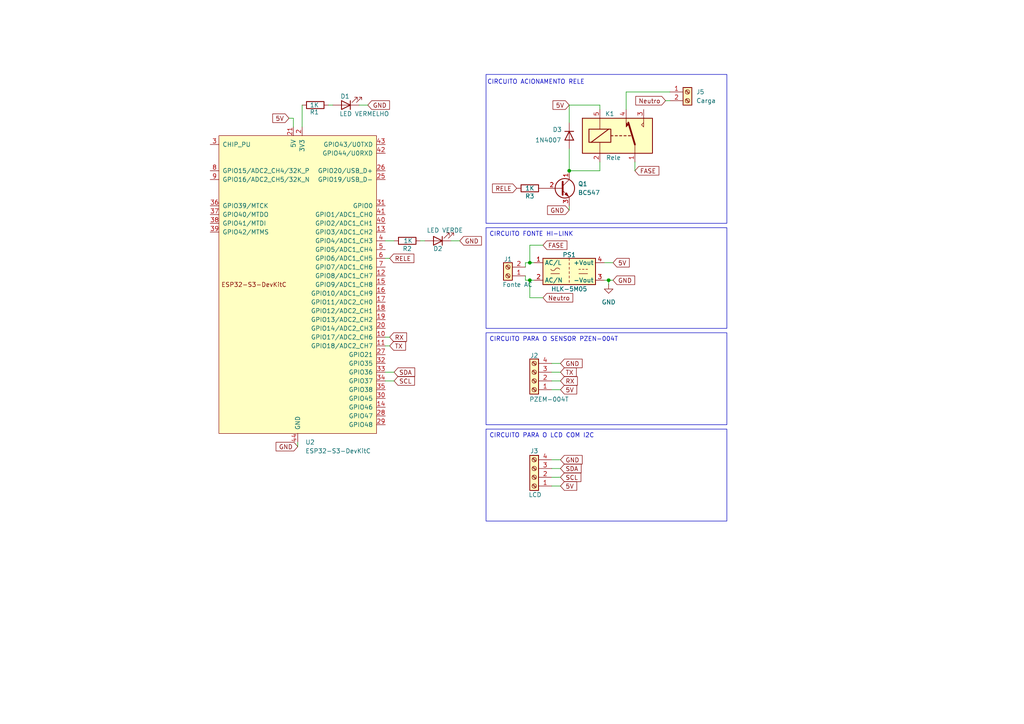
<source format=kicad_sch>
(kicad_sch
	(version 20231120)
	(generator "eeschema")
	(generator_version "8.0")
	(uuid "39ba44b5-2799-49c7-9d0b-bfaf3ded507b")
	(paper "A4")
	(lib_symbols
		(symbol "Connector:Screw_Terminal_01x02"
			(pin_names
				(offset 1.016) hide)
			(exclude_from_sim no)
			(in_bom yes)
			(on_board yes)
			(property "Reference" "J"
				(at 0 2.54 0)
				(effects
					(font
						(size 1.27 1.27)
					)
				)
			)
			(property "Value" "Screw_Terminal_01x02"
				(at 0 -5.08 0)
				(effects
					(font
						(size 1.27 1.27)
					)
				)
			)
			(property "Footprint" ""
				(at 0 0 0)
				(effects
					(font
						(size 1.27 1.27)
					)
					(hide yes)
				)
			)
			(property "Datasheet" "~"
				(at 0 0 0)
				(effects
					(font
						(size 1.27 1.27)
					)
					(hide yes)
				)
			)
			(property "Description" "Generic screw terminal, single row, 01x02, script generated (kicad-library-utils/schlib/autogen/connector/)"
				(at 0 0 0)
				(effects
					(font
						(size 1.27 1.27)
					)
					(hide yes)
				)
			)
			(property "ki_keywords" "screw terminal"
				(at 0 0 0)
				(effects
					(font
						(size 1.27 1.27)
					)
					(hide yes)
				)
			)
			(property "ki_fp_filters" "TerminalBlock*:*"
				(at 0 0 0)
				(effects
					(font
						(size 1.27 1.27)
					)
					(hide yes)
				)
			)
			(symbol "Screw_Terminal_01x02_1_1"
				(rectangle
					(start -1.27 1.27)
					(end 1.27 -3.81)
					(stroke
						(width 0.254)
						(type default)
					)
					(fill
						(type background)
					)
				)
				(circle
					(center 0 -2.54)
					(radius 0.635)
					(stroke
						(width 0.1524)
						(type default)
					)
					(fill
						(type none)
					)
				)
				(polyline
					(pts
						(xy -0.5334 -2.2098) (xy 0.3302 -3.048)
					)
					(stroke
						(width 0.1524)
						(type default)
					)
					(fill
						(type none)
					)
				)
				(polyline
					(pts
						(xy -0.5334 0.3302) (xy 0.3302 -0.508)
					)
					(stroke
						(width 0.1524)
						(type default)
					)
					(fill
						(type none)
					)
				)
				(polyline
					(pts
						(xy -0.3556 -2.032) (xy 0.508 -2.8702)
					)
					(stroke
						(width 0.1524)
						(type default)
					)
					(fill
						(type none)
					)
				)
				(polyline
					(pts
						(xy -0.3556 0.508) (xy 0.508 -0.3302)
					)
					(stroke
						(width 0.1524)
						(type default)
					)
					(fill
						(type none)
					)
				)
				(circle
					(center 0 0)
					(radius 0.635)
					(stroke
						(width 0.1524)
						(type default)
					)
					(fill
						(type none)
					)
				)
				(pin passive line
					(at -5.08 0 0)
					(length 3.81)
					(name "Pin_1"
						(effects
							(font
								(size 1.27 1.27)
							)
						)
					)
					(number "1"
						(effects
							(font
								(size 1.27 1.27)
							)
						)
					)
				)
				(pin passive line
					(at -5.08 -2.54 0)
					(length 3.81)
					(name "Pin_2"
						(effects
							(font
								(size 1.27 1.27)
							)
						)
					)
					(number "2"
						(effects
							(font
								(size 1.27 1.27)
							)
						)
					)
				)
			)
		)
		(symbol "Connector:Screw_Terminal_01x04"
			(pin_names
				(offset 1.016) hide)
			(exclude_from_sim no)
			(in_bom yes)
			(on_board yes)
			(property "Reference" "J"
				(at 0 5.08 0)
				(effects
					(font
						(size 1.27 1.27)
					)
				)
			)
			(property "Value" "Screw_Terminal_01x04"
				(at 0 -7.62 0)
				(effects
					(font
						(size 1.27 1.27)
					)
				)
			)
			(property "Footprint" ""
				(at 0 0 0)
				(effects
					(font
						(size 1.27 1.27)
					)
					(hide yes)
				)
			)
			(property "Datasheet" "~"
				(at 0 0 0)
				(effects
					(font
						(size 1.27 1.27)
					)
					(hide yes)
				)
			)
			(property "Description" "Generic screw terminal, single row, 01x04, script generated (kicad-library-utils/schlib/autogen/connector/)"
				(at 0 0 0)
				(effects
					(font
						(size 1.27 1.27)
					)
					(hide yes)
				)
			)
			(property "ki_keywords" "screw terminal"
				(at 0 0 0)
				(effects
					(font
						(size 1.27 1.27)
					)
					(hide yes)
				)
			)
			(property "ki_fp_filters" "TerminalBlock*:*"
				(at 0 0 0)
				(effects
					(font
						(size 1.27 1.27)
					)
					(hide yes)
				)
			)
			(symbol "Screw_Terminal_01x04_1_1"
				(rectangle
					(start -1.27 3.81)
					(end 1.27 -6.35)
					(stroke
						(width 0.254)
						(type default)
					)
					(fill
						(type background)
					)
				)
				(circle
					(center 0 -5.08)
					(radius 0.635)
					(stroke
						(width 0.1524)
						(type default)
					)
					(fill
						(type none)
					)
				)
				(circle
					(center 0 -2.54)
					(radius 0.635)
					(stroke
						(width 0.1524)
						(type default)
					)
					(fill
						(type none)
					)
				)
				(polyline
					(pts
						(xy -0.5334 -4.7498) (xy 0.3302 -5.588)
					)
					(stroke
						(width 0.1524)
						(type default)
					)
					(fill
						(type none)
					)
				)
				(polyline
					(pts
						(xy -0.5334 -2.2098) (xy 0.3302 -3.048)
					)
					(stroke
						(width 0.1524)
						(type default)
					)
					(fill
						(type none)
					)
				)
				(polyline
					(pts
						(xy -0.5334 0.3302) (xy 0.3302 -0.508)
					)
					(stroke
						(width 0.1524)
						(type default)
					)
					(fill
						(type none)
					)
				)
				(polyline
					(pts
						(xy -0.5334 2.8702) (xy 0.3302 2.032)
					)
					(stroke
						(width 0.1524)
						(type default)
					)
					(fill
						(type none)
					)
				)
				(polyline
					(pts
						(xy -0.3556 -4.572) (xy 0.508 -5.4102)
					)
					(stroke
						(width 0.1524)
						(type default)
					)
					(fill
						(type none)
					)
				)
				(polyline
					(pts
						(xy -0.3556 -2.032) (xy 0.508 -2.8702)
					)
					(stroke
						(width 0.1524)
						(type default)
					)
					(fill
						(type none)
					)
				)
				(polyline
					(pts
						(xy -0.3556 0.508) (xy 0.508 -0.3302)
					)
					(stroke
						(width 0.1524)
						(type default)
					)
					(fill
						(type none)
					)
				)
				(polyline
					(pts
						(xy -0.3556 3.048) (xy 0.508 2.2098)
					)
					(stroke
						(width 0.1524)
						(type default)
					)
					(fill
						(type none)
					)
				)
				(circle
					(center 0 0)
					(radius 0.635)
					(stroke
						(width 0.1524)
						(type default)
					)
					(fill
						(type none)
					)
				)
				(circle
					(center 0 2.54)
					(radius 0.635)
					(stroke
						(width 0.1524)
						(type default)
					)
					(fill
						(type none)
					)
				)
				(pin passive line
					(at -5.08 2.54 0)
					(length 3.81)
					(name "Pin_1"
						(effects
							(font
								(size 1.27 1.27)
							)
						)
					)
					(number "1"
						(effects
							(font
								(size 1.27 1.27)
							)
						)
					)
				)
				(pin passive line
					(at -5.08 0 0)
					(length 3.81)
					(name "Pin_2"
						(effects
							(font
								(size 1.27 1.27)
							)
						)
					)
					(number "2"
						(effects
							(font
								(size 1.27 1.27)
							)
						)
					)
				)
				(pin passive line
					(at -5.08 -2.54 0)
					(length 3.81)
					(name "Pin_3"
						(effects
							(font
								(size 1.27 1.27)
							)
						)
					)
					(number "3"
						(effects
							(font
								(size 1.27 1.27)
							)
						)
					)
				)
				(pin passive line
					(at -5.08 -5.08 0)
					(length 3.81)
					(name "Pin_4"
						(effects
							(font
								(size 1.27 1.27)
							)
						)
					)
					(number "4"
						(effects
							(font
								(size 1.27 1.27)
							)
						)
					)
				)
			)
		)
		(symbol "Converter_ACDC:HLK-5M05"
			(exclude_from_sim no)
			(in_bom yes)
			(on_board yes)
			(property "Reference" "PS"
				(at 0 5.08 0)
				(effects
					(font
						(size 1.27 1.27)
					)
				)
			)
			(property "Value" "HLK-5M05"
				(at 0 -5.08 0)
				(effects
					(font
						(size 1.27 1.27)
					)
				)
			)
			(property "Footprint" "Converter_ACDC:Converter_ACDC_Hi-Link_HLK-5Mxx"
				(at 0 -7.62 0)
				(effects
					(font
						(size 1.27 1.27)
					)
					(hide yes)
				)
			)
			(property "Datasheet" "http://h.hlktech.com/download/ACDC%E7%94%B5%E6%BA%90%E6%A8%A1%E5%9D%975W%E7%B3%BB%E5%88%97/1/%E6%B5%B7%E5%87%8C%E7%A7%915W%E7%B3%BB%E5%88%97%E7%94%B5%E6%BA%90%E6%A8%A1%E5%9D%97%E8%A7%84%E6%A0%BC%E4%B9%A6V2.8.pdf"
				(at 10.16 -10.16 0)
				(effects
					(font
						(size 1.27 1.27)
					)
					(hide yes)
				)
			)
			(property "Description" "Compact AC/DC board mount power module 5W, 5V 1A"
				(at 0 0 0)
				(effects
					(font
						(size 1.27 1.27)
					)
					(hide yes)
				)
			)
			(property "ki_keywords" "AC/DC module power supply"
				(at 0 0 0)
				(effects
					(font
						(size 1.27 1.27)
					)
					(hide yes)
				)
			)
			(property "ki_fp_filters" "Converter*ACDC*Hi?Link*HLK?5M*"
				(at 0 0 0)
				(effects
					(font
						(size 1.27 1.27)
					)
					(hide yes)
				)
			)
			(symbol "HLK-5M05_0_1"
				(rectangle
					(start -7.62 3.81)
					(end 7.62 -3.81)
					(stroke
						(width 0.254)
						(type default)
					)
					(fill
						(type background)
					)
				)
				(arc
					(start -5.334 0.635)
					(mid -4.699 0.2495)
					(end -4.064 0.635)
					(stroke
						(width 0)
						(type default)
					)
					(fill
						(type none)
					)
				)
				(arc
					(start -2.794 0.635)
					(mid -3.429 1.0072)
					(end -4.064 0.635)
					(stroke
						(width 0)
						(type default)
					)
					(fill
						(type none)
					)
				)
				(polyline
					(pts
						(xy -5.334 -0.635) (xy -2.794 -0.635)
					)
					(stroke
						(width 0)
						(type default)
					)
					(fill
						(type none)
					)
				)
				(polyline
					(pts
						(xy 0 -2.54) (xy 0 -3.175)
					)
					(stroke
						(width 0)
						(type default)
					)
					(fill
						(type none)
					)
				)
				(polyline
					(pts
						(xy 0 -1.27) (xy 0 -1.905)
					)
					(stroke
						(width 0)
						(type default)
					)
					(fill
						(type none)
					)
				)
				(polyline
					(pts
						(xy 0 0) (xy 0 -0.635)
					)
					(stroke
						(width 0)
						(type default)
					)
					(fill
						(type none)
					)
				)
				(polyline
					(pts
						(xy 0 1.27) (xy 0 0.635)
					)
					(stroke
						(width 0)
						(type default)
					)
					(fill
						(type none)
					)
				)
				(polyline
					(pts
						(xy 0 2.54) (xy 0 1.905)
					)
					(stroke
						(width 0)
						(type default)
					)
					(fill
						(type none)
					)
				)
				(polyline
					(pts
						(xy 0 3.81) (xy 0 3.175)
					)
					(stroke
						(width 0)
						(type default)
					)
					(fill
						(type none)
					)
				)
				(polyline
					(pts
						(xy 2.794 -0.635) (xy 5.334 -0.635)
					)
					(stroke
						(width 0)
						(type default)
					)
					(fill
						(type none)
					)
				)
				(polyline
					(pts
						(xy 2.794 0.635) (xy 3.302 0.635)
					)
					(stroke
						(width 0)
						(type default)
					)
					(fill
						(type none)
					)
				)
				(polyline
					(pts
						(xy 3.81 0.635) (xy 4.318 0.635)
					)
					(stroke
						(width 0)
						(type default)
					)
					(fill
						(type none)
					)
				)
				(polyline
					(pts
						(xy 4.826 0.635) (xy 5.334 0.635)
					)
					(stroke
						(width 0)
						(type default)
					)
					(fill
						(type none)
					)
				)
			)
			(symbol "HLK-5M05_1_1"
				(pin power_in line
					(at -10.16 2.54 0)
					(length 2.54)
					(name "AC/L"
						(effects
							(font
								(size 1.27 1.27)
							)
						)
					)
					(number "1"
						(effects
							(font
								(size 1.27 1.27)
							)
						)
					)
				)
				(pin power_in line
					(at -10.16 -2.54 0)
					(length 2.54)
					(name "AC/N"
						(effects
							(font
								(size 1.27 1.27)
							)
						)
					)
					(number "2"
						(effects
							(font
								(size 1.27 1.27)
							)
						)
					)
				)
				(pin power_out line
					(at 10.16 -2.54 180)
					(length 2.54)
					(name "-Vout"
						(effects
							(font
								(size 1.27 1.27)
							)
						)
					)
					(number "3"
						(effects
							(font
								(size 1.27 1.27)
							)
						)
					)
				)
				(pin power_out line
					(at 10.16 2.54 180)
					(length 2.54)
					(name "+Vout"
						(effects
							(font
								(size 1.27 1.27)
							)
						)
					)
					(number "4"
						(effects
							(font
								(size 1.27 1.27)
							)
						)
					)
				)
			)
		)
		(symbol "Device:LED"
			(pin_numbers hide)
			(pin_names
				(offset 1.016) hide)
			(exclude_from_sim no)
			(in_bom yes)
			(on_board yes)
			(property "Reference" "D"
				(at 0 2.54 0)
				(effects
					(font
						(size 1.27 1.27)
					)
				)
			)
			(property "Value" "LED"
				(at 0 -2.54 0)
				(effects
					(font
						(size 1.27 1.27)
					)
				)
			)
			(property "Footprint" ""
				(at 0 0 0)
				(effects
					(font
						(size 1.27 1.27)
					)
					(hide yes)
				)
			)
			(property "Datasheet" "~"
				(at 0 0 0)
				(effects
					(font
						(size 1.27 1.27)
					)
					(hide yes)
				)
			)
			(property "Description" "Light emitting diode"
				(at 0 0 0)
				(effects
					(font
						(size 1.27 1.27)
					)
					(hide yes)
				)
			)
			(property "ki_keywords" "LED diode"
				(at 0 0 0)
				(effects
					(font
						(size 1.27 1.27)
					)
					(hide yes)
				)
			)
			(property "ki_fp_filters" "LED* LED_SMD:* LED_THT:*"
				(at 0 0 0)
				(effects
					(font
						(size 1.27 1.27)
					)
					(hide yes)
				)
			)
			(symbol "LED_0_1"
				(polyline
					(pts
						(xy -1.27 -1.27) (xy -1.27 1.27)
					)
					(stroke
						(width 0.254)
						(type default)
					)
					(fill
						(type none)
					)
				)
				(polyline
					(pts
						(xy -1.27 0) (xy 1.27 0)
					)
					(stroke
						(width 0)
						(type default)
					)
					(fill
						(type none)
					)
				)
				(polyline
					(pts
						(xy 1.27 -1.27) (xy 1.27 1.27) (xy -1.27 0) (xy 1.27 -1.27)
					)
					(stroke
						(width 0.254)
						(type default)
					)
					(fill
						(type none)
					)
				)
				(polyline
					(pts
						(xy -3.048 -0.762) (xy -4.572 -2.286) (xy -3.81 -2.286) (xy -4.572 -2.286) (xy -4.572 -1.524)
					)
					(stroke
						(width 0)
						(type default)
					)
					(fill
						(type none)
					)
				)
				(polyline
					(pts
						(xy -1.778 -0.762) (xy -3.302 -2.286) (xy -2.54 -2.286) (xy -3.302 -2.286) (xy -3.302 -1.524)
					)
					(stroke
						(width 0)
						(type default)
					)
					(fill
						(type none)
					)
				)
			)
			(symbol "LED_1_1"
				(pin passive line
					(at -3.81 0 0)
					(length 2.54)
					(name "K"
						(effects
							(font
								(size 1.27 1.27)
							)
						)
					)
					(number "1"
						(effects
							(font
								(size 1.27 1.27)
							)
						)
					)
				)
				(pin passive line
					(at 3.81 0 180)
					(length 2.54)
					(name "A"
						(effects
							(font
								(size 1.27 1.27)
							)
						)
					)
					(number "2"
						(effects
							(font
								(size 1.27 1.27)
							)
						)
					)
				)
			)
		)
		(symbol "Device:R"
			(pin_numbers hide)
			(pin_names
				(offset 0)
			)
			(exclude_from_sim no)
			(in_bom yes)
			(on_board yes)
			(property "Reference" "R"
				(at 2.032 0 90)
				(effects
					(font
						(size 1.27 1.27)
					)
				)
			)
			(property "Value" "R"
				(at 0 0 90)
				(effects
					(font
						(size 1.27 1.27)
					)
				)
			)
			(property "Footprint" ""
				(at -1.778 0 90)
				(effects
					(font
						(size 1.27 1.27)
					)
					(hide yes)
				)
			)
			(property "Datasheet" "~"
				(at 0 0 0)
				(effects
					(font
						(size 1.27 1.27)
					)
					(hide yes)
				)
			)
			(property "Description" "Resistor"
				(at 0 0 0)
				(effects
					(font
						(size 1.27 1.27)
					)
					(hide yes)
				)
			)
			(property "ki_keywords" "R res resistor"
				(at 0 0 0)
				(effects
					(font
						(size 1.27 1.27)
					)
					(hide yes)
				)
			)
			(property "ki_fp_filters" "R_*"
				(at 0 0 0)
				(effects
					(font
						(size 1.27 1.27)
					)
					(hide yes)
				)
			)
			(symbol "R_0_1"
				(rectangle
					(start -1.016 -2.54)
					(end 1.016 2.54)
					(stroke
						(width 0.254)
						(type default)
					)
					(fill
						(type none)
					)
				)
			)
			(symbol "R_1_1"
				(pin passive line
					(at 0 3.81 270)
					(length 1.27)
					(name "~"
						(effects
							(font
								(size 1.27 1.27)
							)
						)
					)
					(number "1"
						(effects
							(font
								(size 1.27 1.27)
							)
						)
					)
				)
				(pin passive line
					(at 0 -3.81 90)
					(length 1.27)
					(name "~"
						(effects
							(font
								(size 1.27 1.27)
							)
						)
					)
					(number "2"
						(effects
							(font
								(size 1.27 1.27)
							)
						)
					)
				)
			)
		)
		(symbol "Diode:1N4007"
			(pin_numbers hide)
			(pin_names hide)
			(exclude_from_sim no)
			(in_bom yes)
			(on_board yes)
			(property "Reference" "D"
				(at 0 2.54 0)
				(effects
					(font
						(size 1.27 1.27)
					)
				)
			)
			(property "Value" "1N4007"
				(at 0 -2.54 0)
				(effects
					(font
						(size 1.27 1.27)
					)
				)
			)
			(property "Footprint" "Diode_THT:D_DO-41_SOD81_P10.16mm_Horizontal"
				(at 0 -4.445 0)
				(effects
					(font
						(size 1.27 1.27)
					)
					(hide yes)
				)
			)
			(property "Datasheet" "http://www.vishay.com/docs/88503/1n4001.pdf"
				(at 0 0 0)
				(effects
					(font
						(size 1.27 1.27)
					)
					(hide yes)
				)
			)
			(property "Description" "1000V 1A General Purpose Rectifier Diode, DO-41"
				(at 0 0 0)
				(effects
					(font
						(size 1.27 1.27)
					)
					(hide yes)
				)
			)
			(property "Sim.Device" "D"
				(at 0 0 0)
				(effects
					(font
						(size 1.27 1.27)
					)
					(hide yes)
				)
			)
			(property "Sim.Pins" "1=K 2=A"
				(at 0 0 0)
				(effects
					(font
						(size 1.27 1.27)
					)
					(hide yes)
				)
			)
			(property "ki_keywords" "diode"
				(at 0 0 0)
				(effects
					(font
						(size 1.27 1.27)
					)
					(hide yes)
				)
			)
			(property "ki_fp_filters" "D*DO?41*"
				(at 0 0 0)
				(effects
					(font
						(size 1.27 1.27)
					)
					(hide yes)
				)
			)
			(symbol "1N4007_0_1"
				(polyline
					(pts
						(xy -1.27 1.27) (xy -1.27 -1.27)
					)
					(stroke
						(width 0.254)
						(type default)
					)
					(fill
						(type none)
					)
				)
				(polyline
					(pts
						(xy 1.27 0) (xy -1.27 0)
					)
					(stroke
						(width 0)
						(type default)
					)
					(fill
						(type none)
					)
				)
				(polyline
					(pts
						(xy 1.27 1.27) (xy 1.27 -1.27) (xy -1.27 0) (xy 1.27 1.27)
					)
					(stroke
						(width 0.254)
						(type default)
					)
					(fill
						(type none)
					)
				)
			)
			(symbol "1N4007_1_1"
				(pin passive line
					(at -3.81 0 0)
					(length 2.54)
					(name "K"
						(effects
							(font
								(size 1.27 1.27)
							)
						)
					)
					(number "1"
						(effects
							(font
								(size 1.27 1.27)
							)
						)
					)
				)
				(pin passive line
					(at 3.81 0 180)
					(length 2.54)
					(name "A"
						(effects
							(font
								(size 1.27 1.27)
							)
						)
					)
					(number "2"
						(effects
							(font
								(size 1.27 1.27)
							)
						)
					)
				)
			)
		)
		(symbol "PCM_Espressif:ESP32-S3-DevKitC"
			(pin_names
				(offset 1.016)
			)
			(exclude_from_sim no)
			(in_bom yes)
			(on_board yes)
			(property "Reference" "U"
				(at -22.86 48.26 0)
				(effects
					(font
						(size 1.27 1.27)
					)
					(justify left)
				)
			)
			(property "Value" "ESP32-S3-DevKitC"
				(at -22.86 45.72 0)
				(effects
					(font
						(size 1.27 1.27)
					)
					(justify left)
				)
			)
			(property "Footprint" "PCM_Espressif:ESP32-S3-DevKitC"
				(at 0 -57.15 0)
				(effects
					(font
						(size 1.27 1.27)
					)
					(hide yes)
				)
			)
			(property "Datasheet" ""
				(at -59.69 -2.54 0)
				(effects
					(font
						(size 1.27 1.27)
					)
					(hide yes)
				)
			)
			(property "Description" "ESP32-S3-DevKitC"
				(at 0 0 0)
				(effects
					(font
						(size 1.27 1.27)
					)
					(hide yes)
				)
			)
			(symbol "ESP32-S3-DevKitC_0_0"
				(text "ESP32-S3-DevKitC"
					(at -12.7 0 0)
					(effects
						(font
							(size 1.27 1.27)
						)
					)
				)
				(pin bidirectional line
					(at 25.4 -35.56 180)
					(length 2.54)
					(name "GPIO46"
						(effects
							(font
								(size 1.27 1.27)
							)
						)
					)
					(number "14"
						(effects
							(font
								(size 1.27 1.27)
							)
						)
					)
				)
				(pin bidirectional line
					(at 25.4 -10.16 180)
					(length 2.54)
					(name "GPIO13/ADC2_CH2"
						(effects
							(font
								(size 1.27 1.27)
							)
						)
					)
					(number "19"
						(effects
							(font
								(size 1.27 1.27)
							)
						)
					)
				)
				(pin bidirectional line
					(at -25.4 15.24 0)
					(length 2.54)
					(name "GPIO42/MTMS"
						(effects
							(font
								(size 1.27 1.27)
							)
						)
					)
					(number "39"
						(effects
							(font
								(size 1.27 1.27)
							)
						)
					)
				)
				(pin bidirectional line
					(at 25.4 17.78 180)
					(length 2.54)
					(name "GPIO2/ADC1_CH1"
						(effects
							(font
								(size 1.27 1.27)
							)
						)
					)
					(number "40"
						(effects
							(font
								(size 1.27 1.27)
							)
						)
					)
				)
				(pin bidirectional line
					(at 25.4 20.32 180)
					(length 2.54)
					(name "GPIO1/ADC1_CH0"
						(effects
							(font
								(size 1.27 1.27)
							)
						)
					)
					(number "41"
						(effects
							(font
								(size 1.27 1.27)
							)
						)
					)
				)
				(pin bidirectional line
					(at 25.4 38.1 180)
					(length 2.54)
					(name "GPIO44/U0RXD"
						(effects
							(font
								(size 1.27 1.27)
							)
						)
					)
					(number "42"
						(effects
							(font
								(size 1.27 1.27)
							)
						)
					)
				)
				(pin bidirectional line
					(at 25.4 40.64 180)
					(length 2.54)
					(name "GPIO43/U0TXD"
						(effects
							(font
								(size 1.27 1.27)
							)
						)
					)
					(number "43"
						(effects
							(font
								(size 1.27 1.27)
							)
						)
					)
				)
				(pin power_in line
					(at 0 -45.72 90)
					(length 2.54)
					(name "GND"
						(effects
							(font
								(size 1.27 1.27)
							)
						)
					)
					(number "44"
						(effects
							(font
								(size 1.27 1.27)
							)
						)
					)
				)
			)
			(symbol "ESP32-S3-DevKitC_0_1"
				(rectangle
					(start -22.86 43.18)
					(end 22.86 -43.18)
					(stroke
						(width 0)
						(type default)
					)
					(fill
						(type background)
					)
				)
				(pin power_in line
					(at 1.27 45.72 270)
					(length 2.54)
					(name "3V3"
						(effects
							(font
								(size 1.27 1.27)
							)
						)
					)
					(number "2"
						(effects
							(font
								(size 1.27 1.27)
							)
						)
					)
				)
			)
			(symbol "ESP32-S3-DevKitC_1_1"
				(pin passive line
					(at 1.27 45.72 270)
					(length 2.54) hide
					(name "3V3"
						(effects
							(font
								(size 1.27 1.27)
							)
						)
					)
					(number "1"
						(effects
							(font
								(size 1.27 1.27)
							)
						)
					)
				)
				(pin bidirectional line
					(at 25.4 -15.24 180)
					(length 2.54)
					(name "GPIO17/ADC2_CH6"
						(effects
							(font
								(size 1.27 1.27)
							)
						)
					)
					(number "10"
						(effects
							(font
								(size 1.27 1.27)
							)
						)
					)
				)
				(pin bidirectional line
					(at 25.4 -17.78 180)
					(length 2.54)
					(name "GPIO18/ADC2_CH7"
						(effects
							(font
								(size 1.27 1.27)
							)
						)
					)
					(number "11"
						(effects
							(font
								(size 1.27 1.27)
							)
						)
					)
				)
				(pin bidirectional line
					(at 25.4 2.54 180)
					(length 2.54)
					(name "GPIO8/ADC1_CH7"
						(effects
							(font
								(size 1.27 1.27)
							)
						)
					)
					(number "12"
						(effects
							(font
								(size 1.27 1.27)
							)
						)
					)
				)
				(pin bidirectional line
					(at 25.4 15.24 180)
					(length 2.54)
					(name "GPIO3/ADC1_CH2"
						(effects
							(font
								(size 1.27 1.27)
							)
						)
					)
					(number "13"
						(effects
							(font
								(size 1.27 1.27)
							)
						)
					)
				)
				(pin bidirectional line
					(at 25.4 0 180)
					(length 2.54)
					(name "GPIO9/ADC1_CH8"
						(effects
							(font
								(size 1.27 1.27)
							)
						)
					)
					(number "15"
						(effects
							(font
								(size 1.27 1.27)
							)
						)
					)
				)
				(pin bidirectional line
					(at 25.4 -2.54 180)
					(length 2.54)
					(name "GPIO10/ADC1_CH9"
						(effects
							(font
								(size 1.27 1.27)
							)
						)
					)
					(number "16"
						(effects
							(font
								(size 1.27 1.27)
							)
						)
					)
				)
				(pin bidirectional line
					(at 25.4 -5.08 180)
					(length 2.54)
					(name "GPIO11/ADC2_CH0"
						(effects
							(font
								(size 1.27 1.27)
							)
						)
					)
					(number "17"
						(effects
							(font
								(size 1.27 1.27)
							)
						)
					)
				)
				(pin bidirectional line
					(at 25.4 -7.62 180)
					(length 2.54)
					(name "GPIO12/ADC2_CH1"
						(effects
							(font
								(size 1.27 1.27)
							)
						)
					)
					(number "18"
						(effects
							(font
								(size 1.27 1.27)
							)
						)
					)
				)
				(pin bidirectional line
					(at 25.4 -12.7 180)
					(length 2.54)
					(name "GPIO14/ADC2_CH3"
						(effects
							(font
								(size 1.27 1.27)
							)
						)
					)
					(number "20"
						(effects
							(font
								(size 1.27 1.27)
							)
						)
					)
				)
				(pin power_in line
					(at -1.27 45.72 270)
					(length 2.54)
					(name "5V"
						(effects
							(font
								(size 1.27 1.27)
							)
						)
					)
					(number "21"
						(effects
							(font
								(size 1.27 1.27)
							)
						)
					)
				)
				(pin passive line
					(at 0 -45.72 90)
					(length 2.54) hide
					(name "GND"
						(effects
							(font
								(size 1.27 1.27)
							)
						)
					)
					(number "22"
						(effects
							(font
								(size 1.27 1.27)
							)
						)
					)
				)
				(pin passive line
					(at 0 -45.72 90)
					(length 2.54) hide
					(name "GND"
						(effects
							(font
								(size 1.27 1.27)
							)
						)
					)
					(number "23"
						(effects
							(font
								(size 1.27 1.27)
							)
						)
					)
				)
				(pin passive line
					(at 0 -45.72 90)
					(length 2.54) hide
					(name "GND"
						(effects
							(font
								(size 1.27 1.27)
							)
						)
					)
					(number "24"
						(effects
							(font
								(size 1.27 1.27)
							)
						)
					)
				)
				(pin bidirectional line
					(at 25.4 30.48 180)
					(length 2.54)
					(name "GPIO19/USB_D-"
						(effects
							(font
								(size 1.27 1.27)
							)
						)
					)
					(number "25"
						(effects
							(font
								(size 1.27 1.27)
							)
						)
					)
				)
				(pin bidirectional line
					(at 25.4 33.02 180)
					(length 2.54)
					(name "GPIO20/USB_D+"
						(effects
							(font
								(size 1.27 1.27)
							)
						)
					)
					(number "26"
						(effects
							(font
								(size 1.27 1.27)
							)
						)
					)
				)
				(pin bidirectional line
					(at 25.4 -20.32 180)
					(length 2.54)
					(name "GPIO21"
						(effects
							(font
								(size 1.27 1.27)
							)
						)
					)
					(number "27"
						(effects
							(font
								(size 1.27 1.27)
							)
						)
					)
				)
				(pin bidirectional line
					(at 25.4 -38.1 180)
					(length 2.54)
					(name "GPIO47"
						(effects
							(font
								(size 1.27 1.27)
							)
						)
					)
					(number "28"
						(effects
							(font
								(size 1.27 1.27)
							)
						)
					)
				)
				(pin bidirectional line
					(at 25.4 -40.64 180)
					(length 2.54)
					(name "GPIO48"
						(effects
							(font
								(size 1.27 1.27)
							)
						)
					)
					(number "29"
						(effects
							(font
								(size 1.27 1.27)
							)
						)
					)
				)
				(pin input line
					(at -25.4 40.64 0)
					(length 2.54)
					(name "CHIP_PU"
						(effects
							(font
								(size 1.27 1.27)
							)
						)
					)
					(number "3"
						(effects
							(font
								(size 1.27 1.27)
							)
						)
					)
				)
				(pin bidirectional line
					(at 25.4 -33.02 180)
					(length 2.54)
					(name "GPIO45"
						(effects
							(font
								(size 1.27 1.27)
							)
						)
					)
					(number "30"
						(effects
							(font
								(size 1.27 1.27)
							)
						)
					)
				)
				(pin bidirectional line
					(at 25.4 22.86 180)
					(length 2.54)
					(name "GPIO0"
						(effects
							(font
								(size 1.27 1.27)
							)
						)
					)
					(number "31"
						(effects
							(font
								(size 1.27 1.27)
							)
						)
					)
				)
				(pin bidirectional line
					(at 25.4 -22.86 180)
					(length 2.54)
					(name "GPIO35"
						(effects
							(font
								(size 1.27 1.27)
							)
						)
					)
					(number "32"
						(effects
							(font
								(size 1.27 1.27)
							)
						)
					)
				)
				(pin bidirectional line
					(at 25.4 -25.4 180)
					(length 2.54)
					(name "GPIO36"
						(effects
							(font
								(size 1.27 1.27)
							)
						)
					)
					(number "33"
						(effects
							(font
								(size 1.27 1.27)
							)
						)
					)
				)
				(pin bidirectional line
					(at 25.4 -27.94 180)
					(length 2.54)
					(name "GPIO37"
						(effects
							(font
								(size 1.27 1.27)
							)
						)
					)
					(number "34"
						(effects
							(font
								(size 1.27 1.27)
							)
						)
					)
				)
				(pin bidirectional line
					(at 25.4 -30.48 180)
					(length 2.54)
					(name "GPIO38"
						(effects
							(font
								(size 1.27 1.27)
							)
						)
					)
					(number "35"
						(effects
							(font
								(size 1.27 1.27)
							)
						)
					)
				)
				(pin bidirectional line
					(at -25.4 22.86 0)
					(length 2.54)
					(name "GPIO39/MTCK"
						(effects
							(font
								(size 1.27 1.27)
							)
						)
					)
					(number "36"
						(effects
							(font
								(size 1.27 1.27)
							)
						)
					)
				)
				(pin bidirectional line
					(at -25.4 20.32 0)
					(length 2.54)
					(name "GPIO40/MTDO"
						(effects
							(font
								(size 1.27 1.27)
							)
						)
					)
					(number "37"
						(effects
							(font
								(size 1.27 1.27)
							)
						)
					)
				)
				(pin bidirectional line
					(at -25.4 17.78 0)
					(length 2.54)
					(name "GPIO41/MTDI"
						(effects
							(font
								(size 1.27 1.27)
							)
						)
					)
					(number "38"
						(effects
							(font
								(size 1.27 1.27)
							)
						)
					)
				)
				(pin bidirectional line
					(at 25.4 12.7 180)
					(length 2.54)
					(name "GPIO4/ADC1_CH3"
						(effects
							(font
								(size 1.27 1.27)
							)
						)
					)
					(number "4"
						(effects
							(font
								(size 1.27 1.27)
							)
						)
					)
				)
				(pin bidirectional line
					(at 25.4 10.16 180)
					(length 2.54)
					(name "GPIO5/ADC1_CH4"
						(effects
							(font
								(size 1.27 1.27)
							)
						)
					)
					(number "5"
						(effects
							(font
								(size 1.27 1.27)
							)
						)
					)
				)
				(pin bidirectional line
					(at 25.4 7.62 180)
					(length 2.54)
					(name "GPIO6/ADC1_CH5"
						(effects
							(font
								(size 1.27 1.27)
							)
						)
					)
					(number "6"
						(effects
							(font
								(size 1.27 1.27)
							)
						)
					)
				)
				(pin bidirectional line
					(at 25.4 5.08 180)
					(length 2.54)
					(name "GPIO7/ADC1_CH6"
						(effects
							(font
								(size 1.27 1.27)
							)
						)
					)
					(number "7"
						(effects
							(font
								(size 1.27 1.27)
							)
						)
					)
				)
				(pin bidirectional line
					(at -25.4 33.02 0)
					(length 2.54)
					(name "GPIO15/ADC2_CH4/32K_P"
						(effects
							(font
								(size 1.27 1.27)
							)
						)
					)
					(number "8"
						(effects
							(font
								(size 1.27 1.27)
							)
						)
					)
				)
				(pin bidirectional line
					(at -25.4 30.48 0)
					(length 2.54)
					(name "GPIO16/ADC2_CH5/32K_N"
						(effects
							(font
								(size 1.27 1.27)
							)
						)
					)
					(number "9"
						(effects
							(font
								(size 1.27 1.27)
							)
						)
					)
				)
			)
		)
		(symbol "Relay:SANYOU_SRD_Form_C"
			(exclude_from_sim no)
			(in_bom yes)
			(on_board yes)
			(property "Reference" "K"
				(at 11.43 3.81 0)
				(effects
					(font
						(size 1.27 1.27)
					)
					(justify left)
				)
			)
			(property "Value" "SANYOU_SRD_Form_C"
				(at 11.43 1.27 0)
				(effects
					(font
						(size 1.27 1.27)
					)
					(justify left)
				)
			)
			(property "Footprint" "Relay_THT:Relay_SPDT_SANYOU_SRD_Series_Form_C"
				(at 11.43 -1.27 0)
				(effects
					(font
						(size 1.27 1.27)
					)
					(justify left)
					(hide yes)
				)
			)
			(property "Datasheet" "http://www.sanyourelay.ca/public/products/pdf/SRD.pdf"
				(at 0 0 0)
				(effects
					(font
						(size 1.27 1.27)
					)
					(hide yes)
				)
			)
			(property "Description" "Sanyo SRD relay, Single Pole Miniature Power Relay,"
				(at 0 0 0)
				(effects
					(font
						(size 1.27 1.27)
					)
					(hide yes)
				)
			)
			(property "ki_keywords" "Single Pole Relay SPDT"
				(at 0 0 0)
				(effects
					(font
						(size 1.27 1.27)
					)
					(hide yes)
				)
			)
			(property "ki_fp_filters" "Relay*SPDT*SANYOU*SRD*Series*Form*C*"
				(at 0 0 0)
				(effects
					(font
						(size 1.27 1.27)
					)
					(hide yes)
				)
			)
			(symbol "SANYOU_SRD_Form_C_0_0"
				(polyline
					(pts
						(xy 7.62 5.08) (xy 7.62 2.54) (xy 6.985 3.175) (xy 7.62 3.81)
					)
					(stroke
						(width 0)
						(type default)
					)
					(fill
						(type none)
					)
				)
			)
			(symbol "SANYOU_SRD_Form_C_0_1"
				(rectangle
					(start -10.16 5.08)
					(end 10.16 -5.08)
					(stroke
						(width 0.254)
						(type default)
					)
					(fill
						(type background)
					)
				)
				(rectangle
					(start -8.255 1.905)
					(end -1.905 -1.905)
					(stroke
						(width 0.254)
						(type default)
					)
					(fill
						(type none)
					)
				)
				(polyline
					(pts
						(xy -7.62 -1.905) (xy -2.54 1.905)
					)
					(stroke
						(width 0.254)
						(type default)
					)
					(fill
						(type none)
					)
				)
				(polyline
					(pts
						(xy -5.08 -5.08) (xy -5.08 -1.905)
					)
					(stroke
						(width 0)
						(type default)
					)
					(fill
						(type none)
					)
				)
				(polyline
					(pts
						(xy -5.08 5.08) (xy -5.08 1.905)
					)
					(stroke
						(width 0)
						(type default)
					)
					(fill
						(type none)
					)
				)
				(polyline
					(pts
						(xy -1.905 0) (xy -1.27 0)
					)
					(stroke
						(width 0.254)
						(type default)
					)
					(fill
						(type none)
					)
				)
				(polyline
					(pts
						(xy -0.635 0) (xy 0 0)
					)
					(stroke
						(width 0.254)
						(type default)
					)
					(fill
						(type none)
					)
				)
				(polyline
					(pts
						(xy 0.635 0) (xy 1.27 0)
					)
					(stroke
						(width 0.254)
						(type default)
					)
					(fill
						(type none)
					)
				)
				(polyline
					(pts
						(xy 1.905 0) (xy 2.54 0)
					)
					(stroke
						(width 0.254)
						(type default)
					)
					(fill
						(type none)
					)
				)
				(polyline
					(pts
						(xy 3.175 0) (xy 3.81 0)
					)
					(stroke
						(width 0.254)
						(type default)
					)
					(fill
						(type none)
					)
				)
				(polyline
					(pts
						(xy 5.08 -2.54) (xy 3.175 3.81)
					)
					(stroke
						(width 0.508)
						(type default)
					)
					(fill
						(type none)
					)
				)
				(polyline
					(pts
						(xy 5.08 -2.54) (xy 5.08 -5.08)
					)
					(stroke
						(width 0)
						(type default)
					)
					(fill
						(type none)
					)
				)
			)
			(symbol "SANYOU_SRD_Form_C_1_1"
				(polyline
					(pts
						(xy 2.54 3.81) (xy 3.175 3.175) (xy 2.54 2.54) (xy 2.54 5.08)
					)
					(stroke
						(width 0)
						(type default)
					)
					(fill
						(type outline)
					)
				)
				(pin passive line
					(at 5.08 -7.62 90)
					(length 2.54)
					(name "~"
						(effects
							(font
								(size 1.27 1.27)
							)
						)
					)
					(number "1"
						(effects
							(font
								(size 1.27 1.27)
							)
						)
					)
				)
				(pin passive line
					(at -5.08 -7.62 90)
					(length 2.54)
					(name "~"
						(effects
							(font
								(size 1.27 1.27)
							)
						)
					)
					(number "2"
						(effects
							(font
								(size 1.27 1.27)
							)
						)
					)
				)
				(pin passive line
					(at 7.62 7.62 270)
					(length 2.54)
					(name "~"
						(effects
							(font
								(size 1.27 1.27)
							)
						)
					)
					(number "3"
						(effects
							(font
								(size 1.27 1.27)
							)
						)
					)
				)
				(pin passive line
					(at 2.54 7.62 270)
					(length 2.54)
					(name "~"
						(effects
							(font
								(size 1.27 1.27)
							)
						)
					)
					(number "4"
						(effects
							(font
								(size 1.27 1.27)
							)
						)
					)
				)
				(pin passive line
					(at -5.08 7.62 270)
					(length 2.54)
					(name "~"
						(effects
							(font
								(size 1.27 1.27)
							)
						)
					)
					(number "5"
						(effects
							(font
								(size 1.27 1.27)
							)
						)
					)
				)
			)
		)
		(symbol "Transistor_BJT:BC547"
			(pin_names
				(offset 0) hide)
			(exclude_from_sim no)
			(in_bom yes)
			(on_board yes)
			(property "Reference" "Q"
				(at 5.08 1.905 0)
				(effects
					(font
						(size 1.27 1.27)
					)
					(justify left)
				)
			)
			(property "Value" "BC547"
				(at 5.08 0 0)
				(effects
					(font
						(size 1.27 1.27)
					)
					(justify left)
				)
			)
			(property "Footprint" "Package_TO_SOT_THT:TO-92_Inline"
				(at 5.08 -1.905 0)
				(effects
					(font
						(size 1.27 1.27)
						(italic yes)
					)
					(justify left)
					(hide yes)
				)
			)
			(property "Datasheet" "https://www.onsemi.com/pub/Collateral/BC550-D.pdf"
				(at 0 0 0)
				(effects
					(font
						(size 1.27 1.27)
					)
					(justify left)
					(hide yes)
				)
			)
			(property "Description" "0.1A Ic, 45V Vce, Small Signal NPN Transistor, TO-92"
				(at 0 0 0)
				(effects
					(font
						(size 1.27 1.27)
					)
					(hide yes)
				)
			)
			(property "ki_keywords" "NPN Transistor"
				(at 0 0 0)
				(effects
					(font
						(size 1.27 1.27)
					)
					(hide yes)
				)
			)
			(property "ki_fp_filters" "TO?92*"
				(at 0 0 0)
				(effects
					(font
						(size 1.27 1.27)
					)
					(hide yes)
				)
			)
			(symbol "BC547_0_1"
				(polyline
					(pts
						(xy 0 0) (xy 0.635 0)
					)
					(stroke
						(width 0)
						(type default)
					)
					(fill
						(type none)
					)
				)
				(polyline
					(pts
						(xy 0.635 0.635) (xy 2.54 2.54)
					)
					(stroke
						(width 0)
						(type default)
					)
					(fill
						(type none)
					)
				)
				(polyline
					(pts
						(xy 0.635 -0.635) (xy 2.54 -2.54) (xy 2.54 -2.54)
					)
					(stroke
						(width 0)
						(type default)
					)
					(fill
						(type none)
					)
				)
				(polyline
					(pts
						(xy 0.635 1.905) (xy 0.635 -1.905) (xy 0.635 -1.905)
					)
					(stroke
						(width 0.508)
						(type default)
					)
					(fill
						(type none)
					)
				)
				(polyline
					(pts
						(xy 1.27 -1.778) (xy 1.778 -1.27) (xy 2.286 -2.286) (xy 1.27 -1.778) (xy 1.27 -1.778)
					)
					(stroke
						(width 0)
						(type default)
					)
					(fill
						(type outline)
					)
				)
				(circle
					(center 1.27 0)
					(radius 2.8194)
					(stroke
						(width 0.254)
						(type default)
					)
					(fill
						(type none)
					)
				)
			)
			(symbol "BC547_1_1"
				(pin passive line
					(at 2.54 5.08 270)
					(length 2.54)
					(name "C"
						(effects
							(font
								(size 1.27 1.27)
							)
						)
					)
					(number "1"
						(effects
							(font
								(size 1.27 1.27)
							)
						)
					)
				)
				(pin input line
					(at -5.08 0 0)
					(length 5.08)
					(name "B"
						(effects
							(font
								(size 1.27 1.27)
							)
						)
					)
					(number "2"
						(effects
							(font
								(size 1.27 1.27)
							)
						)
					)
				)
				(pin passive line
					(at 2.54 -5.08 90)
					(length 2.54)
					(name "E"
						(effects
							(font
								(size 1.27 1.27)
							)
						)
					)
					(number "3"
						(effects
							(font
								(size 1.27 1.27)
							)
						)
					)
				)
			)
		)
		(symbol "power:GND"
			(power)
			(pin_numbers hide)
			(pin_names
				(offset 0) hide)
			(exclude_from_sim no)
			(in_bom yes)
			(on_board yes)
			(property "Reference" "#PWR"
				(at 0 -6.35 0)
				(effects
					(font
						(size 1.27 1.27)
					)
					(hide yes)
				)
			)
			(property "Value" "GND"
				(at 0 -3.81 0)
				(effects
					(font
						(size 1.27 1.27)
					)
				)
			)
			(property "Footprint" ""
				(at 0 0 0)
				(effects
					(font
						(size 1.27 1.27)
					)
					(hide yes)
				)
			)
			(property "Datasheet" ""
				(at 0 0 0)
				(effects
					(font
						(size 1.27 1.27)
					)
					(hide yes)
				)
			)
			(property "Description" "Power symbol creates a global label with name \"GND\" , ground"
				(at 0 0 0)
				(effects
					(font
						(size 1.27 1.27)
					)
					(hide yes)
				)
			)
			(property "ki_keywords" "global power"
				(at 0 0 0)
				(effects
					(font
						(size 1.27 1.27)
					)
					(hide yes)
				)
			)
			(symbol "GND_0_1"
				(polyline
					(pts
						(xy 0 0) (xy 0 -1.27) (xy 1.27 -1.27) (xy 0 -2.54) (xy -1.27 -1.27) (xy 0 -1.27)
					)
					(stroke
						(width 0)
						(type default)
					)
					(fill
						(type none)
					)
				)
			)
			(symbol "GND_1_1"
				(pin power_in line
					(at 0 0 270)
					(length 0)
					(name "~"
						(effects
							(font
								(size 1.27 1.27)
							)
						)
					)
					(number "1"
						(effects
							(font
								(size 1.27 1.27)
							)
						)
					)
				)
			)
		)
	)
	(junction
		(at 153.67 76.2)
		(diameter 0)
		(color 0 0 0 0)
		(uuid "149aef73-361a-4aca-8fb5-e841dacc27e6")
	)
	(junction
		(at 176.53 81.28)
		(diameter 0)
		(color 0 0 0 0)
		(uuid "67ffadda-66c9-4422-bfe3-347f637928c3")
	)
	(junction
		(at 165.1 49.53)
		(diameter 0)
		(color 0 0 0 0)
		(uuid "8396734b-293f-4069-b399-d6ddb47a663f")
	)
	(junction
		(at 153.67 81.28)
		(diameter 0)
		(color 0 0 0 0)
		(uuid "e42b8b6d-d03a-4856-8cbc-ce53826033a0")
	)
	(wire
		(pts
			(xy 152.4 80.01) (xy 152.4 81.28)
		)
		(stroke
			(width 0)
			(type default)
		)
		(uuid "0c913177-4eab-4ffe-bad1-02c603a4f5d1")
	)
	(wire
		(pts
			(xy 121.92 69.85) (xy 123.19 69.85)
		)
		(stroke
			(width 0)
			(type default)
		)
		(uuid "0d11600c-faa7-4cf6-82a8-9db6f7c1b897")
	)
	(wire
		(pts
			(xy 86.36 128.27) (xy 86.36 129.54)
		)
		(stroke
			(width 0)
			(type default)
		)
		(uuid "0dd9f482-db1f-45a2-8c62-332f48318249")
	)
	(wire
		(pts
			(xy 173.99 30.48) (xy 173.99 31.75)
		)
		(stroke
			(width 0)
			(type default)
		)
		(uuid "0f17dd75-7ce7-41f5-b8e9-e5504e0d6d88")
	)
	(wire
		(pts
			(xy 160.02 110.49) (xy 162.56 110.49)
		)
		(stroke
			(width 0)
			(type default)
		)
		(uuid "172f5864-75da-4a9a-b1d8-d4b715e4bc91")
	)
	(wire
		(pts
			(xy 160.02 105.41) (xy 162.56 105.41)
		)
		(stroke
			(width 0)
			(type default)
		)
		(uuid "1f6a189e-a808-482d-b816-315e316ee0af")
	)
	(wire
		(pts
			(xy 173.99 49.53) (xy 165.1 49.53)
		)
		(stroke
			(width 0)
			(type default)
		)
		(uuid "221f40bd-4429-4264-b863-aa7558654d40")
	)
	(wire
		(pts
			(xy 176.53 81.28) (xy 176.53 82.55)
		)
		(stroke
			(width 0)
			(type default)
		)
		(uuid "2b7ff5e3-7b20-471c-818a-c0688dfbd788")
	)
	(wire
		(pts
			(xy 157.48 86.36) (xy 153.67 86.36)
		)
		(stroke
			(width 0)
			(type default)
		)
		(uuid "2bea98b8-316f-4d89-9cb3-61e76dc4a210")
	)
	(wire
		(pts
			(xy 175.26 81.28) (xy 176.53 81.28)
		)
		(stroke
			(width 0)
			(type default)
		)
		(uuid "2ff1d628-8cd7-4b49-8c3e-92b958f96c77")
	)
	(wire
		(pts
			(xy 153.67 76.2) (xy 154.94 76.2)
		)
		(stroke
			(width 0)
			(type default)
		)
		(uuid "322fd2b0-b683-4ea1-ae01-2231448161f4")
	)
	(wire
		(pts
			(xy 184.15 46.99) (xy 184.15 49.53)
		)
		(stroke
			(width 0)
			(type default)
		)
		(uuid "3a0dacd3-4685-420c-bf00-7329bf3ca84b")
	)
	(wire
		(pts
			(xy 181.61 26.67) (xy 181.61 31.75)
		)
		(stroke
			(width 0)
			(type default)
		)
		(uuid "3cecb147-1407-423e-ae08-299785cb5e10")
	)
	(wire
		(pts
			(xy 111.76 107.95) (xy 114.3 107.95)
		)
		(stroke
			(width 0)
			(type default)
		)
		(uuid "534d59c6-5d5b-445e-affb-db01b4938f41")
	)
	(wire
		(pts
			(xy 152.4 76.2) (xy 153.67 76.2)
		)
		(stroke
			(width 0)
			(type default)
		)
		(uuid "56f5f89c-c26c-4ebd-8a98-13acf56d945c")
	)
	(wire
		(pts
			(xy 152.4 81.28) (xy 153.67 81.28)
		)
		(stroke
			(width 0)
			(type default)
		)
		(uuid "57027ad3-dcb4-4d20-94fd-eed3dc76215c")
	)
	(wire
		(pts
			(xy 83.82 34.29) (xy 85.09 34.29)
		)
		(stroke
			(width 0)
			(type default)
		)
		(uuid "597e5c0d-0959-44aa-8cc3-b3ba6ddcbcd2")
	)
	(wire
		(pts
			(xy 111.76 110.49) (xy 114.3 110.49)
		)
		(stroke
			(width 0)
			(type default)
		)
		(uuid "60331cbc-0a9d-48fe-8b52-4f46d69d3ddf")
	)
	(wire
		(pts
			(xy 165.1 49.53) (xy 165.1 43.18)
		)
		(stroke
			(width 0)
			(type default)
		)
		(uuid "60618777-7da4-458c-a086-0e4d03a98448")
	)
	(wire
		(pts
			(xy 85.09 36.83) (xy 85.09 34.29)
		)
		(stroke
			(width 0)
			(type default)
		)
		(uuid "60754a0f-e3db-4272-a9a1-434e13debf46")
	)
	(wire
		(pts
			(xy 157.48 71.12) (xy 153.67 71.12)
		)
		(stroke
			(width 0)
			(type default)
		)
		(uuid "6135cd0d-e847-4c02-ab24-1f33a8b21da3")
	)
	(wire
		(pts
			(xy 160.02 135.89) (xy 162.56 135.89)
		)
		(stroke
			(width 0)
			(type default)
		)
		(uuid "6a7ee929-b25a-4a76-b776-204389d10bef")
	)
	(wire
		(pts
			(xy 160.02 133.35) (xy 162.56 133.35)
		)
		(stroke
			(width 0)
			(type default)
		)
		(uuid "6d277858-df76-4f53-8927-84aaa2bb6f90")
	)
	(wire
		(pts
			(xy 96.52 30.48) (xy 95.25 30.48)
		)
		(stroke
			(width 0)
			(type default)
		)
		(uuid "73d86f53-0fd5-443b-81f5-2a6e920459b2")
	)
	(wire
		(pts
			(xy 160.02 107.95) (xy 162.56 107.95)
		)
		(stroke
			(width 0)
			(type default)
		)
		(uuid "89efa828-8444-4e5d-8776-0b5759778cea")
	)
	(wire
		(pts
			(xy 111.76 100.33) (xy 113.03 100.33)
		)
		(stroke
			(width 0)
			(type default)
		)
		(uuid "8bddd3c7-1bdc-4972-bc14-21b6dcf2ea9c")
	)
	(wire
		(pts
			(xy 160.02 113.03) (xy 162.56 113.03)
		)
		(stroke
			(width 0)
			(type default)
		)
		(uuid "9352ab8d-9fb8-4fdd-b1b3-a30b91f497b0")
	)
	(wire
		(pts
			(xy 176.53 81.28) (xy 177.8 81.28)
		)
		(stroke
			(width 0)
			(type default)
		)
		(uuid "939dadbb-5318-4b51-b49c-f59ca2cac3e1")
	)
	(wire
		(pts
			(xy 153.67 86.36) (xy 153.67 81.28)
		)
		(stroke
			(width 0)
			(type default)
		)
		(uuid "a5954d04-87ea-4e55-8c32-1549cfcea2db")
	)
	(wire
		(pts
			(xy 87.63 30.48) (xy 87.63 36.83)
		)
		(stroke
			(width 0)
			(type default)
		)
		(uuid "b135ec98-df10-4fc9-8d62-30f41034a289")
	)
	(wire
		(pts
			(xy 165.1 59.69) (xy 165.1 60.96)
		)
		(stroke
			(width 0)
			(type default)
		)
		(uuid "b82f9b51-cbf6-4e87-8e5f-5b41c8432e4e")
	)
	(wire
		(pts
			(xy 175.26 76.2) (xy 177.8 76.2)
		)
		(stroke
			(width 0)
			(type default)
		)
		(uuid "c06eb5f6-646d-438d-9a0e-0fdfb653773c")
	)
	(wire
		(pts
			(xy 165.1 35.56) (xy 165.1 30.48)
		)
		(stroke
			(width 0)
			(type default)
		)
		(uuid "cb58f244-2692-4457-8274-e7709dded96f")
	)
	(wire
		(pts
			(xy 193.04 29.21) (xy 194.31 29.21)
		)
		(stroke
			(width 0)
			(type default)
		)
		(uuid "cb599486-513d-49ac-bd27-465196fc74f3")
	)
	(wire
		(pts
			(xy 153.67 71.12) (xy 153.67 76.2)
		)
		(stroke
			(width 0)
			(type default)
		)
		(uuid "cfe0c23a-569d-4578-b509-1e0e3f0561ee")
	)
	(wire
		(pts
			(xy 111.76 74.93) (xy 113.03 74.93)
		)
		(stroke
			(width 0)
			(type default)
		)
		(uuid "d1c595c7-730e-452e-bb7c-3133bdd5a732")
	)
	(wire
		(pts
			(xy 181.61 26.67) (xy 194.31 26.67)
		)
		(stroke
			(width 0)
			(type default)
		)
		(uuid "d486a995-0834-4c85-8ace-a7cd6c5c7170")
	)
	(wire
		(pts
			(xy 130.81 69.85) (xy 133.35 69.85)
		)
		(stroke
			(width 0)
			(type default)
		)
		(uuid "d71712cd-c767-4a8e-8098-1ecf302c8db0")
	)
	(wire
		(pts
			(xy 173.99 46.99) (xy 173.99 49.53)
		)
		(stroke
			(width 0)
			(type default)
		)
		(uuid "de09a728-8e21-444a-81b2-0d2ef5010e04")
	)
	(wire
		(pts
			(xy 152.4 77.47) (xy 152.4 76.2)
		)
		(stroke
			(width 0)
			(type default)
		)
		(uuid "e9cb47ef-7221-4a29-9f19-f989834ba639")
	)
	(wire
		(pts
			(xy 160.02 140.97) (xy 162.56 140.97)
		)
		(stroke
			(width 0)
			(type default)
		)
		(uuid "eb635cbd-e4d1-434e-9f6c-f6911bc9769e")
	)
	(wire
		(pts
			(xy 111.76 97.79) (xy 113.03 97.79)
		)
		(stroke
			(width 0)
			(type default)
		)
		(uuid "f0c6ab65-7aaa-4286-b733-2117dd1d73e6")
	)
	(wire
		(pts
			(xy 153.67 81.28) (xy 154.94 81.28)
		)
		(stroke
			(width 0)
			(type default)
		)
		(uuid "f154142d-6fa2-43dd-9cce-dc7f8e6c5004")
	)
	(wire
		(pts
			(xy 160.02 138.43) (xy 162.56 138.43)
		)
		(stroke
			(width 0)
			(type default)
		)
		(uuid "f42615ab-0b32-47cb-aa33-90a63323a31b")
	)
	(wire
		(pts
			(xy 111.76 69.85) (xy 114.3 69.85)
		)
		(stroke
			(width 0)
			(type default)
		)
		(uuid "f6408075-df47-42d3-9a6c-da5c9c2b93b2")
	)
	(wire
		(pts
			(xy 165.1 30.48) (xy 173.99 30.48)
		)
		(stroke
			(width 0)
			(type default)
		)
		(uuid "fabf02ef-21d5-487e-bbf4-8176167c556a")
	)
	(wire
		(pts
			(xy 106.68 30.48) (xy 104.14 30.48)
		)
		(stroke
			(width 0)
			(type default)
		)
		(uuid "fd52b6c4-75f8-4e25-90a1-39381f748793")
	)
	(rectangle
		(start 140.97 21.59)
		(end 210.82 64.77)
		(stroke
			(width 0)
			(type default)
		)
		(fill
			(type none)
		)
		(uuid c800dc98-7408-456f-9894-c6113eeeb96f)
	)
	(text_box "CIRCUITO PARA O SENSOR PZEN-004T\n"
		(exclude_from_sim no)
		(at 140.97 96.52 0)
		(size 69.85 26.67)
		(stroke
			(width 0)
			(type default)
		)
		(fill
			(type none)
		)
		(effects
			(font
				(size 1.27 1.27)
			)
			(justify left top)
		)
		(uuid "45481bdd-69a7-4747-9ce3-f6bae03bbd1c")
	)
	(text_box "CIRCUITO FONTE HI-LINK\n"
		(exclude_from_sim no)
		(at 140.97 66.04 0)
		(size 69.85 29.21)
		(stroke
			(width 0)
			(type default)
		)
		(fill
			(type none)
		)
		(effects
			(font
				(size 1.27 1.27)
			)
			(justify left top)
		)
		(uuid "d3ad4ebb-dd64-4a8b-97bd-131767a2772d")
	)
	(text_box "CIRCUITO PARA O LCD COM I2C\n"
		(exclude_from_sim no)
		(at 140.97 124.46 0)
		(size 69.85 26.67)
		(stroke
			(width 0)
			(type default)
		)
		(fill
			(type none)
		)
		(effects
			(font
				(size 1.27 1.27)
			)
			(justify left top)
		)
		(uuid "f8f7a1fc-b90c-4a0f-8be0-e848ceddd143")
	)
	(text "CIRCUITO ACIONAMENTO RELE\n"
		(exclude_from_sim no)
		(at 155.448 23.876 0)
		(effects
			(font
				(size 1.27 1.27)
			)
		)
		(uuid "017a30bb-4ff7-452b-8e98-20402f6d2e14")
	)
	(global_label "GND"
		(shape input)
		(at 177.8 81.28 0)
		(fields_autoplaced yes)
		(effects
			(font
				(size 1.27 1.27)
			)
			(justify left)
		)
		(uuid "14042769-47fc-4be3-88cb-d0ad29841b3f")
		(property "Intersheetrefs" "${INTERSHEET_REFS}"
			(at 184.6557 81.28 0)
			(effects
				(font
					(size 1.27 1.27)
				)
				(justify left)
				(hide yes)
			)
		)
	)
	(global_label "Neutro"
		(shape input)
		(at 193.04 29.21 180)
		(fields_autoplaced yes)
		(effects
			(font
				(size 1.27 1.27)
			)
			(justify right)
		)
		(uuid "1a15c0ef-9c67-4baa-aa89-081077a4b4d8")
		(property "Intersheetrefs" "${INTERSHEET_REFS}"
			(at 183.8258 29.21 0)
			(effects
				(font
					(size 1.27 1.27)
				)
				(justify right)
				(hide yes)
			)
		)
	)
	(global_label "Neutro"
		(shape input)
		(at 157.48 86.36 0)
		(fields_autoplaced yes)
		(effects
			(font
				(size 1.27 1.27)
			)
			(justify left)
		)
		(uuid "1bf9eab0-b524-4b5a-931a-e6b065bc1a35")
		(property "Intersheetrefs" "${INTERSHEET_REFS}"
			(at 166.6942 86.36 0)
			(effects
				(font
					(size 1.27 1.27)
				)
				(justify left)
				(hide yes)
			)
		)
	)
	(global_label "5V"
		(shape input)
		(at 162.56 113.03 0)
		(fields_autoplaced yes)
		(effects
			(font
				(size 1.27 1.27)
			)
			(justify left)
		)
		(uuid "24e1d04a-6ff3-4bc1-90be-f5a146ec2d65")
		(property "Intersheetrefs" "${INTERSHEET_REFS}"
			(at 167.8433 113.03 0)
			(effects
				(font
					(size 1.27 1.27)
				)
				(justify left)
				(hide yes)
			)
		)
	)
	(global_label "5V"
		(shape input)
		(at 83.82 34.29 180)
		(fields_autoplaced yes)
		(effects
			(font
				(size 1.27 1.27)
			)
			(justify right)
		)
		(uuid "2a730eba-452e-4028-887d-55527e121270")
		(property "Intersheetrefs" "${INTERSHEET_REFS}"
			(at 78.5367 34.29 0)
			(effects
				(font
					(size 1.27 1.27)
				)
				(justify right)
				(hide yes)
			)
		)
	)
	(global_label "FASE"
		(shape input)
		(at 184.15 49.53 0)
		(fields_autoplaced yes)
		(effects
			(font
				(size 1.27 1.27)
			)
			(justify left)
		)
		(uuid "4590a676-2c6e-40be-97a4-2616786b7933")
		(property "Intersheetrefs" "${INTERSHEET_REFS}"
			(at 191.6709 49.53 0)
			(effects
				(font
					(size 1.27 1.27)
				)
				(justify left)
				(hide yes)
			)
		)
	)
	(global_label "5V"
		(shape input)
		(at 162.56 140.97 0)
		(fields_autoplaced yes)
		(effects
			(font
				(size 1.27 1.27)
			)
			(justify left)
		)
		(uuid "4a27ab66-df1e-4a07-bb6b-5cc4971a10fa")
		(property "Intersheetrefs" "${INTERSHEET_REFS}"
			(at 167.8433 140.97 0)
			(effects
				(font
					(size 1.27 1.27)
				)
				(justify left)
				(hide yes)
			)
		)
	)
	(global_label "GND"
		(shape input)
		(at 86.36 129.54 180)
		(fields_autoplaced yes)
		(effects
			(font
				(size 1.27 1.27)
			)
			(justify right)
		)
		(uuid "4d66bef2-96f8-43fc-a0a1-d934686a39a4")
		(property "Intersheetrefs" "${INTERSHEET_REFS}"
			(at 79.5043 129.54 0)
			(effects
				(font
					(size 1.27 1.27)
				)
				(justify right)
				(hide yes)
			)
		)
	)
	(global_label "5V"
		(shape input)
		(at 177.8 76.2 0)
		(fields_autoplaced yes)
		(effects
			(font
				(size 1.27 1.27)
			)
			(justify left)
		)
		(uuid "4d8027a8-1785-4994-89a4-0943361445cb")
		(property "Intersheetrefs" "${INTERSHEET_REFS}"
			(at 183.0833 76.2 0)
			(effects
				(font
					(size 1.27 1.27)
				)
				(justify left)
				(hide yes)
			)
		)
	)
	(global_label "GND"
		(shape input)
		(at 133.35 69.85 0)
		(fields_autoplaced yes)
		(effects
			(font
				(size 1.27 1.27)
			)
			(justify left)
		)
		(uuid "5e6aff68-de20-4a5d-b56a-ac883f9c97cf")
		(property "Intersheetrefs" "${INTERSHEET_REFS}"
			(at 140.2057 69.85 0)
			(effects
				(font
					(size 1.27 1.27)
				)
				(justify left)
				(hide yes)
			)
		)
	)
	(global_label "SCL"
		(shape input)
		(at 162.56 138.43 0)
		(fields_autoplaced yes)
		(effects
			(font
				(size 1.27 1.27)
			)
			(justify left)
		)
		(uuid "6c894854-b25a-44d5-9530-eaf3600d15a6")
		(property "Intersheetrefs" "${INTERSHEET_REFS}"
			(at 169.0528 138.43 0)
			(effects
				(font
					(size 1.27 1.27)
				)
				(justify left)
				(hide yes)
			)
		)
	)
	(global_label "GND"
		(shape input)
		(at 165.1 60.96 180)
		(fields_autoplaced yes)
		(effects
			(font
				(size 1.27 1.27)
			)
			(justify right)
		)
		(uuid "721395d3-9e06-4fbc-9809-1d2fc360cb00")
		(property "Intersheetrefs" "${INTERSHEET_REFS}"
			(at 158.2443 60.96 0)
			(effects
				(font
					(size 1.27 1.27)
				)
				(justify right)
				(hide yes)
			)
		)
	)
	(global_label "RX"
		(shape input)
		(at 162.56 110.49 0)
		(fields_autoplaced yes)
		(effects
			(font
				(size 1.27 1.27)
			)
			(justify left)
		)
		(uuid "7476246c-d9b7-40a0-9c94-56cb88f7bb62")
		(property "Intersheetrefs" "${INTERSHEET_REFS}"
			(at 168.0247 110.49 0)
			(effects
				(font
					(size 1.27 1.27)
				)
				(justify left)
				(hide yes)
			)
		)
	)
	(global_label "RELE"
		(shape input)
		(at 113.03 74.93 0)
		(fields_autoplaced yes)
		(effects
			(font
				(size 1.27 1.27)
			)
			(justify left)
		)
		(uuid "74d9c1d3-1ec5-4864-b66c-8320c039341f")
		(property "Intersheetrefs" "${INTERSHEET_REFS}"
			(at 120.6113 74.93 0)
			(effects
				(font
					(size 1.27 1.27)
				)
				(justify left)
				(hide yes)
			)
		)
	)
	(global_label "SCL"
		(shape input)
		(at 114.3 110.49 0)
		(fields_autoplaced yes)
		(effects
			(font
				(size 1.27 1.27)
			)
			(justify left)
		)
		(uuid "756b895d-d5aa-437f-b141-8c89b84a6ca6")
		(property "Intersheetrefs" "${INTERSHEET_REFS}"
			(at 120.7928 110.49 0)
			(effects
				(font
					(size 1.27 1.27)
				)
				(justify left)
				(hide yes)
			)
		)
	)
	(global_label "GND"
		(shape input)
		(at 162.56 133.35 0)
		(fields_autoplaced yes)
		(effects
			(font
				(size 1.27 1.27)
			)
			(justify left)
		)
		(uuid "9a141df3-073a-4b67-99c6-c80c803fb835")
		(property "Intersheetrefs" "${INTERSHEET_REFS}"
			(at 169.4157 133.35 0)
			(effects
				(font
					(size 1.27 1.27)
				)
				(justify left)
				(hide yes)
			)
		)
	)
	(global_label "SDA"
		(shape input)
		(at 114.3 107.95 0)
		(fields_autoplaced yes)
		(effects
			(font
				(size 1.27 1.27)
			)
			(justify left)
		)
		(uuid "a06cba97-35a3-4f15-9f7f-54b70b7f0972")
		(property "Intersheetrefs" "${INTERSHEET_REFS}"
			(at 120.8533 107.95 0)
			(effects
				(font
					(size 1.27 1.27)
				)
				(justify left)
				(hide yes)
			)
		)
	)
	(global_label "GND"
		(shape input)
		(at 162.56 105.41 0)
		(fields_autoplaced yes)
		(effects
			(font
				(size 1.27 1.27)
			)
			(justify left)
		)
		(uuid "a2bb79ac-e10c-4a61-b6a8-02fa596e05e4")
		(property "Intersheetrefs" "${INTERSHEET_REFS}"
			(at 169.4157 105.41 0)
			(effects
				(font
					(size 1.27 1.27)
				)
				(justify left)
				(hide yes)
			)
		)
	)
	(global_label "5V"
		(shape input)
		(at 165.1 30.48 180)
		(fields_autoplaced yes)
		(effects
			(font
				(size 1.27 1.27)
			)
			(justify right)
		)
		(uuid "ab337506-3e19-45e0-b0fa-1e771873e57e")
		(property "Intersheetrefs" "${INTERSHEET_REFS}"
			(at 159.8167 30.48 0)
			(effects
				(font
					(size 1.27 1.27)
				)
				(justify right)
				(hide yes)
			)
		)
	)
	(global_label "SDA"
		(shape input)
		(at 162.56 135.89 0)
		(fields_autoplaced yes)
		(effects
			(font
				(size 1.27 1.27)
			)
			(justify left)
		)
		(uuid "bbebf54a-fea8-4603-a87f-3eb767b55702")
		(property "Intersheetrefs" "${INTERSHEET_REFS}"
			(at 169.1133 135.89 0)
			(effects
				(font
					(size 1.27 1.27)
				)
				(justify left)
				(hide yes)
			)
		)
	)
	(global_label "FASE"
		(shape input)
		(at 157.48 71.12 0)
		(fields_autoplaced yes)
		(effects
			(font
				(size 1.27 1.27)
			)
			(justify left)
		)
		(uuid "cf7687b5-4005-4a97-9b9c-97f5f3432922")
		(property "Intersheetrefs" "${INTERSHEET_REFS}"
			(at 165.0009 71.12 0)
			(effects
				(font
					(size 1.27 1.27)
				)
				(justify left)
				(hide yes)
			)
		)
	)
	(global_label "GND"
		(shape input)
		(at 106.68 30.48 0)
		(fields_autoplaced yes)
		(effects
			(font
				(size 1.27 1.27)
			)
			(justify left)
		)
		(uuid "d0741f48-35f5-4957-a72b-e3c7e2ea607f")
		(property "Intersheetrefs" "${INTERSHEET_REFS}"
			(at 113.5357 30.48 0)
			(effects
				(font
					(size 1.27 1.27)
				)
				(justify left)
				(hide yes)
			)
		)
	)
	(global_label "RX"
		(shape input)
		(at 113.03 97.79 0)
		(fields_autoplaced yes)
		(effects
			(font
				(size 1.27 1.27)
			)
			(justify left)
		)
		(uuid "f9f9c03c-aaf5-4bb6-b58f-957b96aeccf2")
		(property "Intersheetrefs" "${INTERSHEET_REFS}"
			(at 118.4947 97.79 0)
			(effects
				(font
					(size 1.27 1.27)
				)
				(justify left)
				(hide yes)
			)
		)
	)
	(global_label "TX"
		(shape input)
		(at 113.03 100.33 0)
		(fields_autoplaced yes)
		(effects
			(font
				(size 1.27 1.27)
			)
			(justify left)
		)
		(uuid "fbdebdd9-85c9-416f-8000-5c6dda098862")
		(property "Intersheetrefs" "${INTERSHEET_REFS}"
			(at 118.1923 100.33 0)
			(effects
				(font
					(size 1.27 1.27)
				)
				(justify left)
				(hide yes)
			)
		)
	)
	(global_label "TX"
		(shape input)
		(at 162.56 107.95 0)
		(fields_autoplaced yes)
		(effects
			(font
				(size 1.27 1.27)
			)
			(justify left)
		)
		(uuid "ff5610c6-7205-4280-9c58-c04b9939f083")
		(property "Intersheetrefs" "${INTERSHEET_REFS}"
			(at 167.7223 107.95 0)
			(effects
				(font
					(size 1.27 1.27)
				)
				(justify left)
				(hide yes)
			)
		)
	)
	(global_label "RELE"
		(shape input)
		(at 149.86 54.61 180)
		(fields_autoplaced yes)
		(effects
			(font
				(size 1.27 1.27)
			)
			(justify right)
		)
		(uuid "fff1d5b5-d5df-4a58-9180-458e0937efbc")
		(property "Intersheetrefs" "${INTERSHEET_REFS}"
			(at 142.2787 54.61 0)
			(effects
				(font
					(size 1.27 1.27)
				)
				(justify right)
				(hide yes)
			)
		)
	)
	(symbol
		(lib_id "Connector:Screw_Terminal_01x02")
		(at 199.39 26.67 0)
		(unit 1)
		(exclude_from_sim no)
		(in_bom yes)
		(on_board yes)
		(dnp no)
		(fields_autoplaced yes)
		(uuid "067db299-bc01-4881-ae0b-b3ea0bc57145")
		(property "Reference" "J5"
			(at 201.93 26.6699 0)
			(effects
				(font
					(size 1.27 1.27)
				)
				(justify left)
			)
		)
		(property "Value" "Carga"
			(at 201.93 29.2099 0)
			(effects
				(font
					(size 1.27 1.27)
				)
				(justify left)
			)
		)
		(property "Footprint" "TerminalBlock:TerminalBlock_Altech_AK300-2_P5.00mm"
			(at 199.39 26.67 0)
			(effects
				(font
					(size 1.27 1.27)
				)
				(hide yes)
			)
		)
		(property "Datasheet" "~"
			(at 199.39 26.67 0)
			(effects
				(font
					(size 1.27 1.27)
				)
				(hide yes)
			)
		)
		(property "Description" "Generic screw terminal, single row, 01x02, script generated (kicad-library-utils/schlib/autogen/connector/)"
			(at 199.39 26.67 0)
			(effects
				(font
					(size 1.27 1.27)
				)
				(hide yes)
			)
		)
		(pin "1"
			(uuid "9087f8b6-a079-4ddf-93e7-93d377072ecd")
		)
		(pin "2"
			(uuid "06962639-81a8-47a8-b0c8-14b62a84b6ab")
		)
		(instances
			(project ""
				(path "/39ba44b5-2799-49c7-9d0b-bfaf3ded507b"
					(reference "J5")
					(unit 1)
				)
			)
		)
	)
	(symbol
		(lib_id "Device:R")
		(at 91.44 30.48 270)
		(unit 1)
		(exclude_from_sim no)
		(in_bom yes)
		(on_board yes)
		(dnp no)
		(uuid "0b189c75-e729-4afc-8b17-b1dce7b97d38")
		(property "Reference" "R1"
			(at 91.186 32.512 90)
			(effects
				(font
					(size 1.27 1.27)
				)
			)
		)
		(property "Value" "1K"
			(at 91.186 30.48 90)
			(effects
				(font
					(size 1.27 1.27)
				)
			)
		)
		(property "Footprint" "Resistor_THT:R_Axial_DIN0207_L6.3mm_D2.5mm_P10.16mm_Horizontal"
			(at 91.44 28.702 90)
			(effects
				(font
					(size 1.27 1.27)
				)
				(hide yes)
			)
		)
		(property "Datasheet" "~"
			(at 91.44 30.48 0)
			(effects
				(font
					(size 1.27 1.27)
				)
				(hide yes)
			)
		)
		(property "Description" "Resistor"
			(at 91.44 30.48 0)
			(effects
				(font
					(size 1.27 1.27)
				)
				(hide yes)
			)
		)
		(pin "1"
			(uuid "4985d22f-a934-41ff-8b18-c3154497a832")
		)
		(pin "2"
			(uuid "0c73f8a1-13fe-4c63-a247-3929db58ab63")
		)
		(instances
			(project ""
				(path "/39ba44b5-2799-49c7-9d0b-bfaf3ded507b"
					(reference "R1")
					(unit 1)
				)
			)
		)
	)
	(symbol
		(lib_id "Transistor_BJT:BC547")
		(at 162.56 54.61 0)
		(unit 1)
		(exclude_from_sim no)
		(in_bom yes)
		(on_board yes)
		(dnp no)
		(fields_autoplaced yes)
		(uuid "12d7ade2-dbdd-4c5c-8023-6ee487c99682")
		(property "Reference" "Q1"
			(at 167.64 53.3399 0)
			(effects
				(font
					(size 1.27 1.27)
				)
				(justify left)
			)
		)
		(property "Value" "BC547"
			(at 167.64 55.8799 0)
			(effects
				(font
					(size 1.27 1.27)
				)
				(justify left)
			)
		)
		(property "Footprint" "Package_TO_SOT_THT:TO-92_Inline"
			(at 167.64 56.515 0)
			(effects
				(font
					(size 1.27 1.27)
					(italic yes)
				)
				(justify left)
				(hide yes)
			)
		)
		(property "Datasheet" "https://www.onsemi.com/pub/Collateral/BC550-D.pdf"
			(at 162.56 54.61 0)
			(effects
				(font
					(size 1.27 1.27)
				)
				(justify left)
				(hide yes)
			)
		)
		(property "Description" "0.1A Ic, 45V Vce, Small Signal NPN Transistor, TO-92"
			(at 162.56 54.61 0)
			(effects
				(font
					(size 1.27 1.27)
				)
				(hide yes)
			)
		)
		(pin "1"
			(uuid "bb7cfdbb-d8e8-48ec-9650-732bbbf57561")
		)
		(pin "2"
			(uuid "48af1541-0773-4601-a747-79176a77ce22")
		)
		(pin "3"
			(uuid "f9d82137-9d2e-4eb2-a50b-38d207c7ce76")
		)
		(instances
			(project ""
				(path "/39ba44b5-2799-49c7-9d0b-bfaf3ded507b"
					(reference "Q1")
					(unit 1)
				)
			)
		)
	)
	(symbol
		(lib_id "Device:LED")
		(at 100.33 30.48 180)
		(unit 1)
		(exclude_from_sim no)
		(in_bom yes)
		(on_board yes)
		(dnp no)
		(uuid "1bee9a85-1210-408f-8161-42637670f22b")
		(property "Reference" "D1"
			(at 100.076 27.94 0)
			(effects
				(font
					(size 1.27 1.27)
				)
			)
		)
		(property "Value" "LED VERMELHO"
			(at 105.664 33.02 0)
			(effects
				(font
					(size 1.27 1.27)
				)
			)
		)
		(property "Footprint" "TerminalBlock:TerminalBlock_Altech_AK300-2_P5.00mm"
			(at 100.33 30.48 0)
			(effects
				(font
					(size 1.27 1.27)
				)
				(hide yes)
			)
		)
		(property "Datasheet" "~"
			(at 100.33 30.48 0)
			(effects
				(font
					(size 1.27 1.27)
				)
				(hide yes)
			)
		)
		(property "Description" "Light emitting diode"
			(at 100.33 30.48 0)
			(effects
				(font
					(size 1.27 1.27)
				)
				(hide yes)
			)
		)
		(pin "2"
			(uuid "2f0f0f1e-2245-46e8-8447-0ad729eaaae7")
		)
		(pin "1"
			(uuid "3848eb70-d978-4866-953a-279cd8549b9d")
		)
		(instances
			(project ""
				(path "/39ba44b5-2799-49c7-9d0b-bfaf3ded507b"
					(reference "D1")
					(unit 1)
				)
			)
		)
	)
	(symbol
		(lib_id "Connector:Screw_Terminal_01x02")
		(at 147.32 80.01 180)
		(unit 1)
		(exclude_from_sim no)
		(in_bom yes)
		(on_board yes)
		(dnp no)
		(uuid "284b34c9-cae5-4b5d-a96d-194b9f847ca2")
		(property "Reference" "J1"
			(at 147.32 75.184 0)
			(effects
				(font
					(size 1.27 1.27)
				)
			)
		)
		(property "Value" "Fonte AC"
			(at 150.114 82.55 0)
			(effects
				(font
					(size 1.27 1.27)
				)
			)
		)
		(property "Footprint" "TerminalBlock:TerminalBlock_Altech_AK300-2_P5.00mm"
			(at 147.32 80.01 0)
			(effects
				(font
					(size 1.27 1.27)
				)
				(hide yes)
			)
		)
		(property "Datasheet" "~"
			(at 147.32 80.01 0)
			(effects
				(font
					(size 1.27 1.27)
				)
				(hide yes)
			)
		)
		(property "Description" "Generic screw terminal, single row, 01x02, script generated (kicad-library-utils/schlib/autogen/connector/)"
			(at 147.32 80.01 0)
			(effects
				(font
					(size 1.27 1.27)
				)
				(hide yes)
			)
		)
		(pin "1"
			(uuid "d486d1b8-4725-47be-8031-7e5042beb796")
		)
		(pin "2"
			(uuid "fa174156-433a-416b-af0d-a86cd0266fcc")
		)
		(instances
			(project ""
				(path "/39ba44b5-2799-49c7-9d0b-bfaf3ded507b"
					(reference "J1")
					(unit 1)
				)
			)
		)
	)
	(symbol
		(lib_id "Device:R")
		(at 153.67 54.61 90)
		(unit 1)
		(exclude_from_sim no)
		(in_bom yes)
		(on_board yes)
		(dnp no)
		(uuid "39736767-136e-4d48-8c09-6e1fea426659")
		(property "Reference" "R3"
			(at 153.67 56.896 90)
			(effects
				(font
					(size 1.27 1.27)
				)
			)
		)
		(property "Value" "1K"
			(at 153.67 54.61 90)
			(effects
				(font
					(size 1.27 1.27)
				)
			)
		)
		(property "Footprint" "Resistor_THT:R_Axial_DIN0207_L6.3mm_D2.5mm_P10.16mm_Horizontal"
			(at 153.67 56.388 90)
			(effects
				(font
					(size 1.27 1.27)
				)
				(hide yes)
			)
		)
		(property "Datasheet" "~"
			(at 153.67 54.61 0)
			(effects
				(font
					(size 1.27 1.27)
				)
				(hide yes)
			)
		)
		(property "Description" "Resistor"
			(at 153.67 54.61 0)
			(effects
				(font
					(size 1.27 1.27)
				)
				(hide yes)
			)
		)
		(pin "1"
			(uuid "5538e0a7-0a26-4258-93dd-dd4d754d923b")
		)
		(pin "2"
			(uuid "7248b4b1-96be-4d70-9b38-a3c386f33be4")
		)
		(instances
			(project ""
				(path "/39ba44b5-2799-49c7-9d0b-bfaf3ded507b"
					(reference "R3")
					(unit 1)
				)
			)
		)
	)
	(symbol
		(lib_id "Converter_ACDC:HLK-5M05")
		(at 165.1 78.74 0)
		(unit 1)
		(exclude_from_sim no)
		(in_bom yes)
		(on_board yes)
		(dnp no)
		(uuid "5a433fb1-02d1-4d81-9537-f22bca23af82")
		(property "Reference" "PS1"
			(at 165.1 73.914 0)
			(effects
				(font
					(size 1.27 1.27)
				)
			)
		)
		(property "Value" "HLK-5M05"
			(at 165.1 83.82 0)
			(effects
				(font
					(size 1.27 1.27)
				)
			)
		)
		(property "Footprint" "Converter_ACDC:Converter_ACDC_Hi-Link_HLK-5Mxx"
			(at 165.1 86.36 0)
			(effects
				(font
					(size 1.27 1.27)
				)
				(hide yes)
			)
		)
		(property "Datasheet" "http://h.hlktech.com/download/ACDC%E7%94%B5%E6%BA%90%E6%A8%A1%E5%9D%975W%E7%B3%BB%E5%88%97/1/%E6%B5%B7%E5%87%8C%E7%A7%915W%E7%B3%BB%E5%88%97%E7%94%B5%E6%BA%90%E6%A8%A1%E5%9D%97%E8%A7%84%E6%A0%BC%E4%B9%A6V2.8.pdf"
			(at 175.26 88.9 0)
			(effects
				(font
					(size 1.27 1.27)
				)
				(hide yes)
			)
		)
		(property "Description" "Compact AC/DC board mount power module 5W, 5V 1A"
			(at 165.1 78.74 0)
			(effects
				(font
					(size 1.27 1.27)
				)
				(hide yes)
			)
		)
		(pin "2"
			(uuid "94e0918b-8563-44de-b159-872ee1a23198")
		)
		(pin "4"
			(uuid "4a4d348b-7c77-4b97-a11f-5cde1de50e28")
		)
		(pin "3"
			(uuid "bc61dbaa-2951-40d6-a9cb-79eb23ebc2e2")
		)
		(pin "1"
			(uuid "51055021-a7aa-4566-a0c8-cff1d84473dc")
		)
		(instances
			(project ""
				(path "/39ba44b5-2799-49c7-9d0b-bfaf3ded507b"
					(reference "PS1")
					(unit 1)
				)
			)
		)
	)
	(symbol
		(lib_id "Relay:SANYOU_SRD_Form_C")
		(at 179.07 39.37 0)
		(unit 1)
		(exclude_from_sim no)
		(in_bom yes)
		(on_board yes)
		(dnp no)
		(uuid "774b117d-0c2e-4b02-8381-339b5f5190c0")
		(property "Reference" "K1"
			(at 175.514 33.02 0)
			(effects
				(font
					(size 1.27 1.27)
				)
				(justify left)
			)
		)
		(property "Value" "Rele"
			(at 175.768 45.72 0)
			(effects
				(font
					(size 1.27 1.27)
				)
				(justify left)
			)
		)
		(property "Footprint" "Relay_THT:Relay_SPDT_SANYOU_SRD_Series_Form_C"
			(at 190.5 40.64 0)
			(effects
				(font
					(size 1.27 1.27)
				)
				(justify left)
				(hide yes)
			)
		)
		(property "Datasheet" "http://www.sanyourelay.ca/public/products/pdf/SRD.pdf"
			(at 179.07 39.37 0)
			(effects
				(font
					(size 1.27 1.27)
				)
				(hide yes)
			)
		)
		(property "Description" "Sanyo SRD relay, Single Pole Miniature Power Relay,"
			(at 179.07 39.37 0)
			(effects
				(font
					(size 1.27 1.27)
				)
				(hide yes)
			)
		)
		(pin "5"
			(uuid "c6e9833d-e5e9-4426-9afa-58874b606c18")
		)
		(pin "1"
			(uuid "60749c91-da94-4ea6-a41b-9511fa99b28e")
		)
		(pin "4"
			(uuid "f03baae4-fcbc-4393-8890-6bcbdf4edcf0")
		)
		(pin "3"
			(uuid "d6a9e3c8-ec83-420e-9d26-dfa00b6694c1")
		)
		(pin "2"
			(uuid "7613c38b-5020-4c6a-8c76-f6263e64ad71")
		)
		(instances
			(project ""
				(path "/39ba44b5-2799-49c7-9d0b-bfaf3ded507b"
					(reference "K1")
					(unit 1)
				)
			)
		)
	)
	(symbol
		(lib_id "Diode:1N4007")
		(at 165.1 39.37 270)
		(unit 1)
		(exclude_from_sim no)
		(in_bom yes)
		(on_board yes)
		(dnp no)
		(uuid "797f08b3-c166-4016-85e3-8b59122a14a4")
		(property "Reference" "D3"
			(at 160.274 37.592 90)
			(effects
				(font
					(size 1.27 1.27)
				)
				(justify left)
			)
		)
		(property "Value" "1N4007"
			(at 155.194 40.64 90)
			(effects
				(font
					(size 1.27 1.27)
				)
				(justify left)
			)
		)
		(property "Footprint" "Diode_THT:D_DO-41_SOD81_P10.16mm_Horizontal"
			(at 160.655 39.37 0)
			(effects
				(font
					(size 1.27 1.27)
				)
				(hide yes)
			)
		)
		(property "Datasheet" "http://www.vishay.com/docs/88503/1n4001.pdf"
			(at 165.1 39.37 0)
			(effects
				(font
					(size 1.27 1.27)
				)
				(hide yes)
			)
		)
		(property "Description" "1000V 1A General Purpose Rectifier Diode, DO-41"
			(at 165.1 39.37 0)
			(effects
				(font
					(size 1.27 1.27)
				)
				(hide yes)
			)
		)
		(property "Sim.Device" "D"
			(at 165.1 39.37 0)
			(effects
				(font
					(size 1.27 1.27)
				)
				(hide yes)
			)
		)
		(property "Sim.Pins" "1=K 2=A"
			(at 165.1 39.37 0)
			(effects
				(font
					(size 1.27 1.27)
				)
				(hide yes)
			)
		)
		(pin "1"
			(uuid "c2997bcc-851c-4bfd-91c1-736bfb433bb0")
		)
		(pin "2"
			(uuid "19c60a0b-3c9a-4997-9318-48f333806544")
		)
		(instances
			(project ""
				(path "/39ba44b5-2799-49c7-9d0b-bfaf3ded507b"
					(reference "D3")
					(unit 1)
				)
			)
		)
	)
	(symbol
		(lib_id "Connector:Screw_Terminal_01x04")
		(at 154.94 138.43 180)
		(unit 1)
		(exclude_from_sim no)
		(in_bom yes)
		(on_board yes)
		(dnp no)
		(uuid "8854aac9-ac40-4a3f-a57a-d917e2962be2")
		(property "Reference" "J3"
			(at 154.94 130.81 0)
			(effects
				(font
					(size 1.27 1.27)
				)
			)
		)
		(property "Value" "LCD"
			(at 155.194 143.51 0)
			(effects
				(font
					(size 1.27 1.27)
				)
			)
		)
		(property "Footprint" "TerminalBlock:TerminalBlock_Altech_AK300-4_P5.00mm"
			(at 154.94 138.43 0)
			(effects
				(font
					(size 1.27 1.27)
				)
				(hide yes)
			)
		)
		(property "Datasheet" "~"
			(at 154.94 138.43 0)
			(effects
				(font
					(size 1.27 1.27)
				)
				(hide yes)
			)
		)
		(property "Description" "Generic screw terminal, single row, 01x04, script generated (kicad-library-utils/schlib/autogen/connector/)"
			(at 154.94 138.43 0)
			(effects
				(font
					(size 1.27 1.27)
				)
				(hide yes)
			)
		)
		(pin "4"
			(uuid "ae9cdb39-e53a-4399-96be-f60c618bd438")
		)
		(pin "1"
			(uuid "79c5c626-f028-4a9c-bff5-83c15687a7c9")
		)
		(pin "3"
			(uuid "2ccd5990-4bad-4db4-aec4-7a9146d2b5a4")
		)
		(pin "2"
			(uuid "4908672d-f2be-4f62-a56b-da315e3cf618")
		)
		(instances
			(project ""
				(path "/39ba44b5-2799-49c7-9d0b-bfaf3ded507b"
					(reference "J3")
					(unit 1)
				)
			)
		)
	)
	(symbol
		(lib_id "Device:R")
		(at 118.11 69.85 90)
		(unit 1)
		(exclude_from_sim no)
		(in_bom yes)
		(on_board yes)
		(dnp no)
		(uuid "97eb3838-8772-44f4-9dc0-bb87112c6d3a")
		(property "Reference" "R2"
			(at 118.11 72.136 90)
			(effects
				(font
					(size 1.27 1.27)
				)
			)
		)
		(property "Value" "1K"
			(at 118.364 69.85 90)
			(effects
				(font
					(size 1.27 1.27)
				)
			)
		)
		(property "Footprint" "Resistor_THT:R_Axial_DIN0207_L6.3mm_D2.5mm_P10.16mm_Horizontal"
			(at 118.11 71.628 90)
			(effects
				(font
					(size 1.27 1.27)
				)
				(hide yes)
			)
		)
		(property "Datasheet" "~"
			(at 118.11 69.85 0)
			(effects
				(font
					(size 1.27 1.27)
				)
				(hide yes)
			)
		)
		(property "Description" "Resistor"
			(at 118.11 69.85 0)
			(effects
				(font
					(size 1.27 1.27)
				)
				(hide yes)
			)
		)
		(pin "1"
			(uuid "0630e893-c2ac-4938-a415-33db2b10d5e3")
		)
		(pin "2"
			(uuid "0513c24c-0cdf-45d1-9888-ea99a7cd9896")
		)
		(instances
			(project ""
				(path "/39ba44b5-2799-49c7-9d0b-bfaf3ded507b"
					(reference "R2")
					(unit 1)
				)
			)
		)
	)
	(symbol
		(lib_id "power:GND")
		(at 176.53 82.55 0)
		(unit 1)
		(exclude_from_sim no)
		(in_bom yes)
		(on_board yes)
		(dnp no)
		(fields_autoplaced yes)
		(uuid "c95f3506-49f9-4582-85e8-d4eb41d7c8ea")
		(property "Reference" "#PWR01"
			(at 176.53 88.9 0)
			(effects
				(font
					(size 1.27 1.27)
				)
				(hide yes)
			)
		)
		(property "Value" "GND"
			(at 176.53 87.63 0)
			(effects
				(font
					(size 1.27 1.27)
				)
			)
		)
		(property "Footprint" ""
			(at 176.53 82.55 0)
			(effects
				(font
					(size 1.27 1.27)
				)
				(hide yes)
			)
		)
		(property "Datasheet" ""
			(at 176.53 82.55 0)
			(effects
				(font
					(size 1.27 1.27)
				)
				(hide yes)
			)
		)
		(property "Description" "Power symbol creates a global label with name \"GND\" , ground"
			(at 176.53 82.55 0)
			(effects
				(font
					(size 1.27 1.27)
				)
				(hide yes)
			)
		)
		(pin "1"
			(uuid "a0696582-de58-4f86-9f72-456892283148")
		)
		(instances
			(project ""
				(path "/39ba44b5-2799-49c7-9d0b-bfaf3ded507b"
					(reference "#PWR01")
					(unit 1)
				)
			)
		)
	)
	(symbol
		(lib_id "PCM_Espressif:ESP32-S3-DevKitC")
		(at 86.36 82.55 0)
		(unit 1)
		(exclude_from_sim no)
		(in_bom yes)
		(on_board yes)
		(dnp no)
		(fields_autoplaced yes)
		(uuid "d92c70d4-23f7-4f14-83fd-313bf235cf57")
		(property "Reference" "U2"
			(at 88.5541 128.27 0)
			(effects
				(font
					(size 1.27 1.27)
				)
				(justify left)
			)
		)
		(property "Value" "ESP32-S3-DevKitC"
			(at 88.5541 130.81 0)
			(effects
				(font
					(size 1.27 1.27)
				)
				(justify left)
			)
		)
		(property "Footprint" "PCM_Espressif:ESP32-S3-DevKitC"
			(at 86.36 139.7 0)
			(effects
				(font
					(size 1.27 1.27)
				)
				(hide yes)
			)
		)
		(property "Datasheet" ""
			(at 26.67 85.09 0)
			(effects
				(font
					(size 1.27 1.27)
				)
				(hide yes)
			)
		)
		(property "Description" "ESP32-S3-DevKitC"
			(at 86.36 82.55 0)
			(effects
				(font
					(size 1.27 1.27)
				)
				(hide yes)
			)
		)
		(pin "12"
			(uuid "20b51f5c-cd6d-452f-a395-a755b8c295c1")
		)
		(pin "20"
			(uuid "8611ecf9-1cb6-4991-a5c0-2fa333c73fcb")
		)
		(pin "42"
			(uuid "ad71c9d5-447a-4b82-9c7e-8baf6cefe40f")
		)
		(pin "44"
			(uuid "fe178547-c2a2-43d8-bc72-d04c2f4bf56b")
		)
		(pin "16"
			(uuid "e6c49780-a034-4dc0-bb50-3156900feb0f")
		)
		(pin "8"
			(uuid "0dd64b56-31eb-4bad-8ae0-133f1af0023f")
		)
		(pin "10"
			(uuid "029d7701-27ae-42e8-b604-270f867a2cc1")
		)
		(pin "18"
			(uuid "b772a1f9-36fb-4811-a9e3-17288d255519")
		)
		(pin "24"
			(uuid "d8a7142f-593b-4511-b8b8-dd0fa5b822eb")
		)
		(pin "31"
			(uuid "158f13fa-0700-48c3-a98d-34e928921455")
		)
		(pin "32"
			(uuid "c5e1b219-926c-4f41-aac6-033cd76441d4")
		)
		(pin "14"
			(uuid "aea7fe01-7a00-415f-9760-8f7dcb78a9b9")
		)
		(pin "5"
			(uuid "7384ee1e-feac-4232-b15b-770629a69890")
		)
		(pin "41"
			(uuid "027a61c0-0df4-456b-9112-2bc79f451e54")
		)
		(pin "17"
			(uuid "96f963f3-7715-43a2-9bcb-1ba33b8e48fb")
		)
		(pin "1"
			(uuid "b6102338-9a87-4d67-8d1f-2996da0ae6c5")
		)
		(pin "37"
			(uuid "65576b72-4597-45ba-8b28-db5b5227a737")
		)
		(pin "39"
			(uuid "f839e4f6-5298-4df7-ac36-1174d8b6cfe0")
		)
		(pin "22"
			(uuid "fef5760d-9550-4d68-a1d0-9c43af41317f")
		)
		(pin "29"
			(uuid "1a5156a8-5b11-4e52-8c9d-415afc78d80b")
		)
		(pin "13"
			(uuid "a79a9ba3-b086-4907-82ca-ef171eaf663b")
		)
		(pin "38"
			(uuid "05373297-0f7d-4047-8f63-9889445d5d5b")
		)
		(pin "6"
			(uuid "d89a4fa6-ce58-49a5-89ad-92cd834d0453")
		)
		(pin "7"
			(uuid "ae9c0d5e-087c-4a21-a6c0-b730d05d5b98")
		)
		(pin "35"
			(uuid "03608efd-5638-4cc7-9bb2-80b981982192")
		)
		(pin "15"
			(uuid "1e7e40db-e7cb-4f65-8165-c3b1b486ab48")
		)
		(pin "2"
			(uuid "db0ff1e0-14f9-49cb-9995-bebe930510eb")
		)
		(pin "23"
			(uuid "c20fe979-f056-4f3e-9c84-b4323f685cb5")
		)
		(pin "25"
			(uuid "7e9dca0f-74e1-4c9f-9280-8cd984d9cf87")
		)
		(pin "21"
			(uuid "44c03442-26d7-4030-a4fa-055e992fe53b")
		)
		(pin "26"
			(uuid "7834ba98-4bc1-4639-aa56-7466223f2f9b")
		)
		(pin "27"
			(uuid "331da81f-d2e6-45d8-badd-33e108682eb8")
		)
		(pin "19"
			(uuid "088afa43-86de-4c32-9af2-8093c8bcbd72")
		)
		(pin "3"
			(uuid "fc6def31-18ce-44e4-a764-c0f288c32de5")
		)
		(pin "28"
			(uuid "0465abf1-100c-4136-931a-4f90edd056d0")
		)
		(pin "9"
			(uuid "343e5173-5acb-4047-9fc5-2b1b3dfdbf7e")
		)
		(pin "43"
			(uuid "04419a8d-b304-4a19-8866-9602611c9119")
		)
		(pin "36"
			(uuid "55e08426-ad3b-4887-857c-2a5dd3dc4e53")
		)
		(pin "34"
			(uuid "f57787a9-0ecd-4907-a305-ea9fe046ef64")
		)
		(pin "4"
			(uuid "131c3487-24db-4187-98b5-b8f2d9ab89f1")
		)
		(pin "30"
			(uuid "a8eb9019-98cd-479a-ba48-e6a295ec6341")
		)
		(pin "33"
			(uuid "11b3ed4f-d95f-436b-b52a-15a84dc870ee")
		)
		(pin "40"
			(uuid "9939d33b-7912-4a57-b6ca-98e332b1297f")
		)
		(pin "11"
			(uuid "f9ba6783-7505-4789-a97b-2b7fa5635e0a")
		)
		(instances
			(project ""
				(path "/39ba44b5-2799-49c7-9d0b-bfaf3ded507b"
					(reference "U2")
					(unit 1)
				)
			)
		)
	)
	(symbol
		(lib_id "Connector:Screw_Terminal_01x04")
		(at 154.94 110.49 180)
		(unit 1)
		(exclude_from_sim no)
		(in_bom yes)
		(on_board yes)
		(dnp no)
		(uuid "e6287dc0-d9e5-4269-8ac1-13409d467935")
		(property "Reference" "J2"
			(at 154.94 103.124 0)
			(effects
				(font
					(size 1.27 1.27)
				)
			)
		)
		(property "Value" "PZEM-004T"
			(at 159.258 115.824 0)
			(effects
				(font
					(size 1.27 1.27)
				)
			)
		)
		(property "Footprint" "TerminalBlock:TerminalBlock_Altech_AK300-4_P5.00mm"
			(at 154.94 110.49 0)
			(effects
				(font
					(size 1.27 1.27)
				)
				(hide yes)
			)
		)
		(property "Datasheet" "~"
			(at 154.94 110.49 0)
			(effects
				(font
					(size 1.27 1.27)
				)
				(hide yes)
			)
		)
		(property "Description" "Generic screw terminal, single row, 01x04, script generated (kicad-library-utils/schlib/autogen/connector/)"
			(at 154.94 110.49 0)
			(effects
				(font
					(size 1.27 1.27)
				)
				(hide yes)
			)
		)
		(pin "2"
			(uuid "5f790456-bd23-450c-b63d-02e1abffc310")
		)
		(pin "1"
			(uuid "b288cc0e-a3a7-4879-8379-cbd5a8dce7d9")
		)
		(pin "4"
			(uuid "d1a5b30e-4594-4ba5-93d5-f99a0021e413")
		)
		(pin "3"
			(uuid "5d891b0d-d713-4588-9c18-d956716b8602")
		)
		(instances
			(project ""
				(path "/39ba44b5-2799-49c7-9d0b-bfaf3ded507b"
					(reference "J2")
					(unit 1)
				)
			)
		)
	)
	(symbol
		(lib_id "Device:LED")
		(at 127 69.85 180)
		(unit 1)
		(exclude_from_sim no)
		(in_bom yes)
		(on_board yes)
		(dnp no)
		(uuid "fb8715d1-f44e-47e3-97a2-790c67cf7d4a")
		(property "Reference" "D2"
			(at 127 72.136 0)
			(effects
				(font
					(size 1.27 1.27)
				)
			)
		)
		(property "Value" "LED VERDE"
			(at 129.032 66.802 0)
			(effects
				(font
					(size 1.27 1.27)
				)
			)
		)
		(property "Footprint" "TerminalBlock:TerminalBlock_Altech_AK300-2_P5.00mm"
			(at 127 69.85 0)
			(effects
				(font
					(size 1.27 1.27)
				)
				(hide yes)
			)
		)
		(property "Datasheet" "~"
			(at 127 69.85 0)
			(effects
				(font
					(size 1.27 1.27)
				)
				(hide yes)
			)
		)
		(property "Description" "Light emitting diode"
			(at 127 69.85 0)
			(effects
				(font
					(size 1.27 1.27)
				)
				(hide yes)
			)
		)
		(pin "2"
			(uuid "ded5251a-260a-4cae-b37e-73578e58bfd5")
		)
		(pin "1"
			(uuid "f415a2cd-40f6-48a4-8a8f-7fcefb1d5ebd")
		)
		(instances
			(project ""
				(path "/39ba44b5-2799-49c7-9d0b-bfaf3ded507b"
					(reference "D2")
					(unit 1)
				)
			)
		)
	)
	(sheet_instances
		(path "/"
			(page "1")
		)
	)
)

</source>
